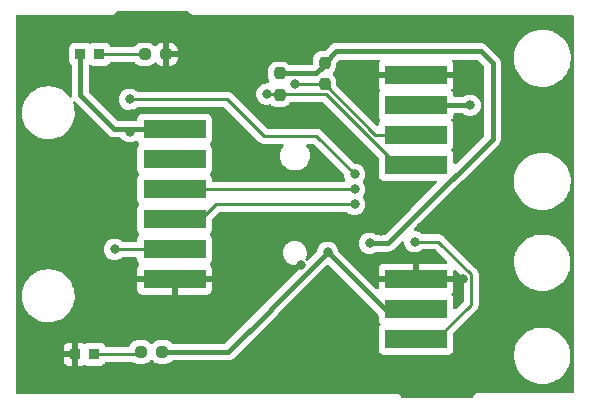
<source format=gbr>
%TF.GenerationSoftware,KiCad,Pcbnew,(6.0.6)*%
%TF.CreationDate,2022-07-19T20:12:23-04:00*%
%TF.ProjectId,4272SparkMaxBreakout,34323732-5370-4617-926b-4d6178427265,rev?*%
%TF.SameCoordinates,Original*%
%TF.FileFunction,Copper,L1,Top*%
%TF.FilePolarity,Positive*%
%FSLAX46Y46*%
G04 Gerber Fmt 4.6, Leading zero omitted, Abs format (unit mm)*
G04 Created by KiCad (PCBNEW (6.0.6)) date 2022-07-19 20:12:23*
%MOMM*%
%LPD*%
G01*
G04 APERTURE LIST*
G04 Aperture macros list*
%AMRoundRect*
0 Rectangle with rounded corners*
0 $1 Rounding radius*
0 $2 $3 $4 $5 $6 $7 $8 $9 X,Y pos of 4 corners*
0 Add a 4 corners polygon primitive as box body*
4,1,4,$2,$3,$4,$5,$6,$7,$8,$9,$2,$3,0*
0 Add four circle primitives for the rounded corners*
1,1,$1+$1,$2,$3*
1,1,$1+$1,$4,$5*
1,1,$1+$1,$6,$7*
1,1,$1+$1,$8,$9*
0 Add four rect primitives between the rounded corners*
20,1,$1+$1,$2,$3,$4,$5,0*
20,1,$1+$1,$4,$5,$6,$7,0*
20,1,$1+$1,$6,$7,$8,$9,0*
20,1,$1+$1,$8,$9,$2,$3,0*%
G04 Aperture macros list end*
%TA.AperFunction,SMDPad,CuDef*%
%ADD10R,5.330000X1.650000*%
%TD*%
%TA.AperFunction,SMDPad,CuDef*%
%ADD11RoundRect,0.237500X0.237500X-0.250000X0.237500X0.250000X-0.237500X0.250000X-0.237500X-0.250000X0*%
%TD*%
%TA.AperFunction,SMDPad,CuDef*%
%ADD12RoundRect,0.237500X-0.250000X-0.237500X0.250000X-0.237500X0.250000X0.237500X-0.250000X0.237500X0*%
%TD*%
%TA.AperFunction,SMDPad,CuDef*%
%ADD13R,0.900000X0.950000*%
%TD*%
%TA.AperFunction,SMDPad,CuDef*%
%ADD14RoundRect,0.237500X-0.237500X0.250000X-0.237500X-0.250000X0.237500X-0.250000X0.237500X0.250000X0*%
%TD*%
%TA.AperFunction,SMDPad,CuDef*%
%ADD15RoundRect,0.237500X0.250000X0.237500X-0.250000X0.237500X-0.250000X-0.237500X0.250000X-0.237500X0*%
%TD*%
%TA.AperFunction,ViaPad*%
%ADD16C,0.800000*%
%TD*%
%TA.AperFunction,Conductor*%
%ADD17C,0.381000*%
%TD*%
%TA.AperFunction,Conductor*%
%ADD18C,0.250000*%
%TD*%
G04 APERTURE END LIST*
D10*
%TO.P,P1,1*%
%TO.N,GND*%
X110490000Y-105410000D03*
%TO.P,P1,2*%
%TO.N,/INDEX*%
X110490000Y-102870000D03*
%TO.P,P1,3*%
%TO.N,/ENC_B*%
X110490000Y-100330000D03*
%TO.P,P1,4*%
%TO.N,/ENC_A*%
X110490000Y-97790000D03*
%TO.P,P1,5*%
%TO.N,unconnected-(P1-Pad5)*%
X110490000Y-95250000D03*
%TO.P,P1,6*%
%TO.N,+5V*%
X110490000Y-92710000D03*
%TD*%
D11*
%TO.P,R1,1*%
%TO.N,/FWD_LIM_SW*%
X123190000Y-88900000D03*
%TO.P,R1,2*%
%TO.N,+3.3V*%
X123190000Y-87075000D03*
%TD*%
D12*
%TO.P,R5,1*%
%TO.N,Net-(LED5-Pad1)*%
X107950000Y-86360000D03*
%TO.P,R5,2*%
%TO.N,GND*%
X109775000Y-86360000D03*
%TD*%
D13*
%TO.P,LED3,1*%
%TO.N,GND*%
X102070000Y-111760000D03*
%TO.P,LED3,2*%
%TO.N,Net-(LED3-Pad2)*%
X103670000Y-111760000D03*
%TD*%
D14*
%TO.P,R2,1*%
%TO.N,+3.3V*%
X119380000Y-87987500D03*
%TO.P,R2,2*%
%TO.N,/RVS_LIM_SW*%
X119380000Y-89812500D03*
%TD*%
D10*
%TO.P,P3,1*%
%TO.N,GND*%
X130935000Y-105410000D03*
%TO.P,P3,2*%
%TO.N,+3.3V*%
X130935000Y-107950000D03*
%TO.P,P3,3*%
%TO.N,/ANALOG_IN*%
X130935000Y-110490000D03*
%TD*%
%TO.P,P2,1*%
%TO.N,GND*%
X130935000Y-88105000D03*
%TO.P,P2,2*%
%TO.N,+5V*%
X130935000Y-90645000D03*
%TO.P,P2,3*%
%TO.N,/FWD_LIM_SW*%
X130935000Y-93185000D03*
%TO.P,P2,4*%
%TO.N,/RVS_LIM_SW*%
X130935000Y-95725000D03*
%TD*%
D15*
%TO.P,R3,1*%
%TO.N,+3.3V*%
X109452500Y-111565000D03*
%TO.P,R3,2*%
%TO.N,Net-(LED3-Pad2)*%
X107627500Y-111565000D03*
%TD*%
D13*
%TO.P,LED5,1*%
%TO.N,Net-(LED5-Pad1)*%
X104112500Y-86360000D03*
%TO.P,LED5,2*%
%TO.N,+5V*%
X102512500Y-86360000D03*
%TD*%
D16*
%TO.N,+3.3V*%
X127000000Y-102362000D03*
X123444000Y-103124000D03*
%TO.N,+5V*%
X106700000Y-92900000D03*
X135509000Y-90678000D03*
%TO.N,/ANALOG_IN*%
X130810000Y-102235000D03*
%TO.N,/FWD_LIM_SW*%
X120650000Y-88900000D03*
%TO.N,/ENC_B*%
X125730000Y-99060000D03*
%TO.N,/ENC_A*%
X125730000Y-97790000D03*
%TO.N,/RVS_LIM_SW*%
X118304799Y-89729799D03*
%TO.N,/INDEX*%
X105410000Y-102870000D03*
X125730000Y-96520000D03*
X106680000Y-90170000D03*
%TO.N,GND*%
X121218138Y-104232632D03*
X134700000Y-94450000D03*
X122800000Y-95100000D03*
X120050000Y-91400000D03*
X101854000Y-110109000D03*
X127400000Y-91350000D03*
X127950000Y-101300000D03*
X106900000Y-91400000D03*
X134874000Y-105410000D03*
X106807000Y-105283000D03*
X123550000Y-106550000D03*
X131350000Y-101000000D03*
X106100000Y-94000000D03*
X115400000Y-100350000D03*
X135255000Y-88138000D03*
X116205000Y-96520000D03*
X111252000Y-86233000D03*
%TD*%
D17*
%TO.N,+3.3V*%
X123190000Y-87075000D02*
X123190000Y-87260000D01*
X124159000Y-86106000D02*
X136398000Y-86106000D01*
X123444000Y-103124000D02*
X118618000Y-107950000D01*
X115035000Y-111565000D02*
X109452500Y-111565000D01*
X123190000Y-87075000D02*
X124159000Y-86106000D01*
X137414000Y-93517000D02*
X130940500Y-99990500D01*
X128569000Y-102362000D02*
X127000000Y-102362000D01*
X136398000Y-86106000D02*
X137414000Y-87122000D01*
X130940500Y-99990500D02*
X130690500Y-100240500D01*
X130690500Y-100240500D02*
X128569000Y-102362000D01*
X118618000Y-107950000D02*
X118618000Y-107982000D01*
X118618000Y-107982000D02*
X115035000Y-111565000D01*
X123444000Y-103124000D02*
X128270000Y-107950000D01*
X128270000Y-107950000D02*
X130935000Y-107950000D01*
X122462500Y-87987500D02*
X119380000Y-87987500D01*
X123190000Y-87260000D02*
X122462500Y-87987500D01*
X137414000Y-87122000D02*
X137414000Y-93517000D01*
%TO.N,+5V*%
X135476000Y-90645000D02*
X135509000Y-90678000D01*
X106500000Y-92700000D02*
X105400000Y-92700000D01*
X106700000Y-92900000D02*
X106500000Y-92700000D01*
X130935000Y-90645000D02*
X135476000Y-90645000D01*
X110480000Y-92700000D02*
X110490000Y-92710000D01*
X106900000Y-92700000D02*
X110480000Y-92700000D01*
X102512500Y-89812500D02*
X102512500Y-86360000D01*
X106700000Y-92900000D02*
X106900000Y-92700000D01*
X105400000Y-92700000D02*
X102512500Y-89812500D01*
D18*
%TO.N,/ANALOG_IN*%
X135599000Y-104999000D02*
X132835000Y-102235000D01*
X132660000Y-110490000D02*
X135599000Y-107551000D01*
X135599000Y-107551000D02*
X135599000Y-104999000D01*
X130935000Y-110490000D02*
X132660000Y-110490000D01*
X132835000Y-102235000D02*
X130810000Y-102235000D01*
%TO.N,/FWD_LIM_SW*%
X123190000Y-88900000D02*
X127475000Y-93185000D01*
X127475000Y-93185000D02*
X130935000Y-93185000D01*
X120650000Y-88900000D02*
X123190000Y-88900000D01*
%TO.N,/ENC_B*%
X110490000Y-100330000D02*
X112770000Y-100330000D01*
X112770000Y-100330000D02*
X114040000Y-99060000D01*
X114040000Y-99060000D02*
X125730000Y-99060000D01*
%TO.N,/ENC_A*%
X125730000Y-97790000D02*
X110490000Y-97790000D01*
%TO.N,/RVS_LIM_SW*%
X118304799Y-89729799D02*
X123329799Y-89729799D01*
X129325000Y-95725000D02*
X130935000Y-95725000D01*
X123329799Y-89729799D02*
X129325000Y-95725000D01*
%TO.N,/INDEX*%
X125730000Y-96520000D02*
X122510000Y-93300000D01*
X118065000Y-93300000D02*
X114935000Y-90170000D01*
X110490000Y-102870000D02*
X105410000Y-102870000D01*
X122510000Y-93300000D02*
X118065000Y-93300000D01*
X114935000Y-90170000D02*
X106680000Y-90170000D01*
D17*
%TO.N,GND*%
X109775000Y-86360000D02*
X111125000Y-86360000D01*
X110490000Y-105410000D02*
X106934000Y-105410000D01*
X102070000Y-110325000D02*
X101854000Y-110109000D01*
X111125000Y-86360000D02*
X111252000Y-86233000D01*
X102070000Y-111760000D02*
X102070000Y-110325000D01*
X130935000Y-105410000D02*
X134874000Y-105410000D01*
X106934000Y-105410000D02*
X106807000Y-105283000D01*
D18*
%TO.N,Net-(LED5-Pad1)*%
X104112500Y-86360000D02*
X107950000Y-86360000D01*
%TO.N,Net-(LED3-Pad2)*%
X103670000Y-111760000D02*
X107432500Y-111760000D01*
X107432500Y-111760000D02*
X107627500Y-111565000D01*
%TD*%
%TA.AperFunction,Conductor*%
%TO.N,GND*%
G36*
X111608838Y-82697002D02*
G01*
X111655417Y-82750849D01*
X111667208Y-82776782D01*
X111673069Y-82783584D01*
X111683970Y-82796235D01*
X111695073Y-82811239D01*
X111708776Y-82832958D01*
X111715501Y-82838897D01*
X111715504Y-82838901D01*
X111730938Y-82852532D01*
X111742982Y-82864724D01*
X111756427Y-82880327D01*
X111756430Y-82880329D01*
X111762287Y-82887127D01*
X111769816Y-82892007D01*
X111769817Y-82892008D01*
X111783835Y-82901094D01*
X111798709Y-82912385D01*
X111806270Y-82919062D01*
X111817951Y-82929378D01*
X111844711Y-82941942D01*
X111859691Y-82950263D01*
X111876983Y-82961471D01*
X111876988Y-82961473D01*
X111884515Y-82966352D01*
X111893108Y-82968922D01*
X111893113Y-82968924D01*
X111909120Y-82973711D01*
X111926564Y-82980372D01*
X111941676Y-82987467D01*
X111941678Y-82987468D01*
X111949800Y-82991281D01*
X111958667Y-82992662D01*
X111958668Y-82992662D01*
X111968310Y-82994163D01*
X111979017Y-82995830D01*
X111995732Y-82999613D01*
X112015466Y-83005515D01*
X112015472Y-83005516D01*
X112024066Y-83008086D01*
X112033037Y-83008141D01*
X112033038Y-83008141D01*
X112043097Y-83008202D01*
X112058506Y-83008296D01*
X112059289Y-83008329D01*
X112060386Y-83008500D01*
X112091377Y-83008500D01*
X112092147Y-83008502D01*
X112165785Y-83008952D01*
X112165786Y-83008952D01*
X112169721Y-83008976D01*
X112171065Y-83008592D01*
X112172410Y-83008500D01*
X144165500Y-83008500D01*
X144233621Y-83028502D01*
X144280114Y-83082158D01*
X144291500Y-83134500D01*
X144291500Y-86720216D01*
X144274516Y-86778059D01*
X144289464Y-86807809D01*
X144291500Y-86830367D01*
X144291500Y-97140216D01*
X144274516Y-97198059D01*
X144289464Y-97227809D01*
X144291500Y-97250367D01*
X144291500Y-114935500D01*
X144271498Y-115003621D01*
X144217842Y-115050114D01*
X144165500Y-115061500D01*
X136209337Y-115061500D01*
X136208567Y-115061498D01*
X136207751Y-115061493D01*
X136130993Y-115061024D01*
X136108632Y-115067415D01*
X136102561Y-115069150D01*
X136085799Y-115072728D01*
X136056527Y-115076920D01*
X136048359Y-115080634D01*
X136048358Y-115080634D01*
X136033152Y-115087548D01*
X136015628Y-115093996D01*
X135990943Y-115101051D01*
X135983349Y-115105843D01*
X135983346Y-115105844D01*
X135965934Y-115116830D01*
X135950851Y-115124969D01*
X135923932Y-115137208D01*
X135917130Y-115143069D01*
X135904479Y-115153970D01*
X135889475Y-115165073D01*
X135867756Y-115178776D01*
X135861817Y-115185501D01*
X135861813Y-115185504D01*
X135848182Y-115200938D01*
X135835990Y-115212982D01*
X135820387Y-115226427D01*
X135820385Y-115226430D01*
X135813587Y-115232287D01*
X135808707Y-115239816D01*
X135808706Y-115239817D01*
X135799620Y-115253835D01*
X135788329Y-115268709D01*
X135777283Y-115281217D01*
X135771336Y-115287951D01*
X135758772Y-115314711D01*
X135750451Y-115329691D01*
X135739245Y-115346981D01*
X135734362Y-115354515D01*
X135731791Y-115363112D01*
X135728677Y-115369851D01*
X135681946Y-115423300D01*
X135614297Y-115443000D01*
X129772443Y-115443000D01*
X129704322Y-115422998D01*
X129665881Y-115384235D01*
X129653883Y-115365219D01*
X129645744Y-115350135D01*
X129644310Y-115346981D01*
X129633506Y-115323218D01*
X129616744Y-115303765D01*
X129605641Y-115288761D01*
X129591938Y-115267042D01*
X129585213Y-115261103D01*
X129585210Y-115261099D01*
X129569776Y-115247468D01*
X129557732Y-115235276D01*
X129544287Y-115219673D01*
X129544284Y-115219671D01*
X129538427Y-115212873D01*
X129516879Y-115198906D01*
X129502005Y-115187615D01*
X129489497Y-115176569D01*
X129489496Y-115176568D01*
X129482763Y-115170622D01*
X129456001Y-115158057D01*
X129441023Y-115149737D01*
X129423731Y-115138529D01*
X129423726Y-115138527D01*
X129416199Y-115133648D01*
X129407606Y-115131078D01*
X129407601Y-115131076D01*
X129391594Y-115126289D01*
X129374150Y-115119628D01*
X129359038Y-115112533D01*
X129359036Y-115112532D01*
X129350914Y-115108719D01*
X129342047Y-115107338D01*
X129342046Y-115107338D01*
X129332404Y-115105837D01*
X129321697Y-115104170D01*
X129304982Y-115100387D01*
X129285248Y-115094485D01*
X129285242Y-115094484D01*
X129276648Y-115091914D01*
X129267677Y-115091859D01*
X129267676Y-115091859D01*
X129257617Y-115091798D01*
X129242208Y-115091704D01*
X129241425Y-115091671D01*
X129240328Y-115091500D01*
X129209337Y-115091500D01*
X129208567Y-115091498D01*
X129134929Y-115091048D01*
X129134928Y-115091048D01*
X129130993Y-115091024D01*
X129129649Y-115091408D01*
X129128304Y-115091500D01*
X97154500Y-115091500D01*
X97086379Y-115071498D01*
X97039886Y-115017842D01*
X97028500Y-114965500D01*
X97028500Y-112279669D01*
X101112001Y-112279669D01*
X101112371Y-112286490D01*
X101117895Y-112337352D01*
X101121521Y-112352604D01*
X101166676Y-112473054D01*
X101175214Y-112488649D01*
X101251715Y-112590724D01*
X101264276Y-112603285D01*
X101366351Y-112679786D01*
X101381946Y-112688324D01*
X101502394Y-112733478D01*
X101517649Y-112737105D01*
X101568514Y-112742631D01*
X101575328Y-112743000D01*
X101797885Y-112743000D01*
X101813124Y-112738525D01*
X101814329Y-112737135D01*
X101816000Y-112729452D01*
X101816000Y-112724884D01*
X102324000Y-112724884D01*
X102328475Y-112740123D01*
X102329865Y-112741328D01*
X102337548Y-112742999D01*
X102564669Y-112742999D01*
X102571490Y-112742629D01*
X102622352Y-112737105D01*
X102637604Y-112733479D01*
X102758054Y-112688324D01*
X102773649Y-112679786D01*
X102794018Y-112664520D01*
X102860525Y-112639672D01*
X102929907Y-112654725D01*
X102945148Y-112664520D01*
X102973295Y-112685615D01*
X103109684Y-112736745D01*
X103171866Y-112743500D01*
X104168134Y-112743500D01*
X104230316Y-112736745D01*
X104366705Y-112685615D01*
X104483261Y-112598261D01*
X104570615Y-112481705D01*
X104573767Y-112473296D01*
X104578077Y-112465425D01*
X104579741Y-112466336D01*
X104615663Y-112418510D01*
X104682224Y-112393807D01*
X104691009Y-112393500D01*
X106878832Y-112393500D01*
X106944947Y-112412240D01*
X106990099Y-112440072D01*
X107043606Y-112473054D01*
X107060080Y-112483209D01*
X107225191Y-112537974D01*
X107232027Y-112538674D01*
X107232030Y-112538675D01*
X107283526Y-112543951D01*
X107327928Y-112548500D01*
X107927072Y-112548500D01*
X107930318Y-112548163D01*
X107930322Y-112548163D01*
X108024235Y-112538419D01*
X108024239Y-112538418D01*
X108031093Y-112537707D01*
X108037629Y-112535526D01*
X108037631Y-112535526D01*
X108178138Y-112488649D01*
X108196107Y-112482654D01*
X108344031Y-112391116D01*
X108434008Y-112300982D01*
X108450747Y-112284214D01*
X108513030Y-112250135D01*
X108583850Y-112255138D01*
X108628937Y-112284059D01*
X108731812Y-112386754D01*
X108731817Y-112386758D01*
X108736997Y-112391929D01*
X108743227Y-112395769D01*
X108743228Y-112395770D01*
X108868606Y-112473054D01*
X108885080Y-112483209D01*
X109050191Y-112537974D01*
X109057027Y-112538674D01*
X109057030Y-112538675D01*
X109108526Y-112543951D01*
X109152928Y-112548500D01*
X109752072Y-112548500D01*
X109755318Y-112548163D01*
X109755322Y-112548163D01*
X109849235Y-112538419D01*
X109849239Y-112538418D01*
X109856093Y-112537707D01*
X109862629Y-112535526D01*
X109862631Y-112535526D01*
X110003138Y-112488649D01*
X110021107Y-112482654D01*
X110169031Y-112391116D01*
X110259007Y-112300982D01*
X110321290Y-112266903D01*
X110348181Y-112264000D01*
X115006401Y-112264000D01*
X115014971Y-112264292D01*
X115064277Y-112267654D01*
X115064281Y-112267654D01*
X115071852Y-112268170D01*
X115079328Y-112266865D01*
X115079332Y-112266865D01*
X115133924Y-112257337D01*
X115140449Y-112256374D01*
X115195418Y-112249722D01*
X115195420Y-112249721D01*
X115202960Y-112248809D01*
X115210062Y-112246125D01*
X115213500Y-112245281D01*
X115227623Y-112241417D01*
X115231034Y-112240387D01*
X115238517Y-112239081D01*
X115296197Y-112213761D01*
X115302304Y-112211270D01*
X115354117Y-112191691D01*
X115354118Y-112191690D01*
X115361222Y-112189006D01*
X115367477Y-112184707D01*
X115370618Y-112183065D01*
X115383372Y-112175967D01*
X115386478Y-112174130D01*
X115393433Y-112171077D01*
X115399460Y-112166452D01*
X115399464Y-112166450D01*
X115443402Y-112132735D01*
X115448720Y-112128871D01*
X115500652Y-112093179D01*
X115541519Y-112047311D01*
X115546499Y-112042036D01*
X119092038Y-108496497D01*
X119098304Y-108490643D01*
X119135547Y-108458154D01*
X119141274Y-108453158D01*
X119177499Y-108401614D01*
X119181425Y-108396329D01*
X119215604Y-108352739D01*
X119215608Y-108352733D01*
X119220291Y-108346760D01*
X119223416Y-108339840D01*
X119225838Y-108335840D01*
X119244519Y-108312016D01*
X123354905Y-104201631D01*
X123417217Y-104167605D01*
X123488033Y-104172670D01*
X123533095Y-104201631D01*
X127724595Y-108393131D01*
X127758621Y-108455443D01*
X127761500Y-108482226D01*
X127761500Y-108823134D01*
X127768255Y-108885316D01*
X127819385Y-109021705D01*
X127906739Y-109138261D01*
X127905646Y-109139080D01*
X127935208Y-109193217D01*
X127930143Y-109264032D01*
X127906179Y-109301319D01*
X127906739Y-109301739D01*
X127819385Y-109418295D01*
X127768255Y-109554684D01*
X127761500Y-109616866D01*
X127761500Y-111363134D01*
X127768255Y-111425316D01*
X127819385Y-111561705D01*
X127906739Y-111678261D01*
X128023295Y-111765615D01*
X128159684Y-111816745D01*
X128221866Y-111823500D01*
X133648134Y-111823500D01*
X133710316Y-111816745D01*
X133782261Y-111789774D01*
X139233681Y-111789774D01*
X139233768Y-111793775D01*
X139233768Y-111793783D01*
X139240241Y-112090421D01*
X139240329Y-112094438D01*
X139285635Y-112395789D01*
X139286731Y-112399649D01*
X139286732Y-112399654D01*
X139309365Y-112479369D01*
X139368865Y-112688939D01*
X139488669Y-112969138D01*
X139643105Y-113231843D01*
X139829671Y-113472796D01*
X139832519Y-113475639D01*
X139971638Y-113614515D01*
X140045340Y-113688089D01*
X140286618Y-113874233D01*
X140549592Y-114028211D01*
X140553277Y-114029779D01*
X140553285Y-114029783D01*
X140733906Y-114106637D01*
X140830000Y-114147526D01*
X141123295Y-114230244D01*
X141343045Y-114262890D01*
X141421425Y-114274534D01*
X141421427Y-114274534D01*
X141424724Y-114275024D01*
X141428055Y-114275164D01*
X141428059Y-114275164D01*
X141464396Y-114276687D01*
X141507659Y-114278500D01*
X141702096Y-114278500D01*
X141825523Y-114270626D01*
X141925111Y-114264274D01*
X141925116Y-114264273D01*
X141929119Y-114264018D01*
X141933058Y-114263256D01*
X142224370Y-114206895D01*
X142224374Y-114206894D01*
X142228307Y-114206133D01*
X142517716Y-114110700D01*
X142792652Y-113979267D01*
X142796017Y-113977094D01*
X142796021Y-113977092D01*
X143045294Y-113816139D01*
X143045300Y-113816134D01*
X143048660Y-113813965D01*
X143281588Y-113617474D01*
X143365406Y-113526163D01*
X143484946Y-113395936D01*
X143484948Y-113395934D01*
X143487661Y-113392978D01*
X143663539Y-113144117D01*
X143806369Y-112874926D01*
X143856228Y-112742629D01*
X143912420Y-112593529D01*
X143912422Y-112593523D01*
X143913837Y-112589768D01*
X143939256Y-112482654D01*
X143983271Y-112297182D01*
X143983272Y-112297177D01*
X143984200Y-112293266D01*
X144016319Y-111990226D01*
X144012553Y-111817598D01*
X144009759Y-111689579D01*
X144009759Y-111689574D01*
X144009671Y-111685562D01*
X143964365Y-111384211D01*
X143959346Y-111366531D01*
X143902807Y-111167394D01*
X143881135Y-111091061D01*
X143761331Y-110810862D01*
X143606895Y-110548157D01*
X143420329Y-110307204D01*
X143324189Y-110211232D01*
X143207503Y-110094749D01*
X143204660Y-110091911D01*
X142963382Y-109905767D01*
X142700408Y-109751789D01*
X142696723Y-109750221D01*
X142696715Y-109750217D01*
X142503590Y-109668042D01*
X142420000Y-109632474D01*
X142126705Y-109549756D01*
X141897638Y-109515726D01*
X141828575Y-109505466D01*
X141828573Y-109505466D01*
X141825276Y-109504976D01*
X141821945Y-109504836D01*
X141821941Y-109504836D01*
X141785604Y-109503313D01*
X141742341Y-109501500D01*
X141547904Y-109501500D01*
X141424477Y-109509374D01*
X141324889Y-109515726D01*
X141324884Y-109515727D01*
X141320881Y-109515982D01*
X141316943Y-109516744D01*
X141316942Y-109516744D01*
X141025630Y-109573105D01*
X141025626Y-109573106D01*
X141021693Y-109573867D01*
X140732284Y-109669300D01*
X140457348Y-109800733D01*
X140453983Y-109802906D01*
X140453979Y-109802908D01*
X140204706Y-109963861D01*
X140204700Y-109963866D01*
X140201340Y-109966035D01*
X139968412Y-110162526D01*
X139965696Y-110165485D01*
X139838217Y-110304361D01*
X139762339Y-110387022D01*
X139586461Y-110635883D01*
X139443631Y-110905074D01*
X139442216Y-110908830D01*
X139442215Y-110908831D01*
X139339021Y-111182649D01*
X139336163Y-111190232D01*
X139335234Y-111194147D01*
X139295132Y-111363134D01*
X139265800Y-111486734D01*
X139233681Y-111789774D01*
X133782261Y-111789774D01*
X133846705Y-111765615D01*
X133963261Y-111678261D01*
X134050615Y-111561705D01*
X134101745Y-111425316D01*
X134108500Y-111363134D01*
X134108500Y-109989594D01*
X134128502Y-109921473D01*
X134145405Y-109900499D01*
X135991247Y-108054657D01*
X135999537Y-108047113D01*
X136006018Y-108043000D01*
X136052659Y-107993332D01*
X136055413Y-107990491D01*
X136075135Y-107970769D01*
X136077612Y-107967576D01*
X136085317Y-107958555D01*
X136110159Y-107932100D01*
X136115586Y-107926321D01*
X136120757Y-107916915D01*
X136125346Y-107908568D01*
X136136202Y-107892041D01*
X136143757Y-107882302D01*
X136143758Y-107882300D01*
X136148614Y-107876040D01*
X136166174Y-107835460D01*
X136171391Y-107824812D01*
X136188875Y-107793009D01*
X136188876Y-107793007D01*
X136192695Y-107786060D01*
X136197733Y-107766437D01*
X136204137Y-107747734D01*
X136209033Y-107736420D01*
X136209033Y-107736419D01*
X136212181Y-107729145D01*
X136213420Y-107721322D01*
X136213423Y-107721312D01*
X136219099Y-107685476D01*
X136221505Y-107673856D01*
X136230528Y-107638711D01*
X136230528Y-107638710D01*
X136232500Y-107631030D01*
X136232500Y-107610776D01*
X136234051Y-107591065D01*
X136235980Y-107578886D01*
X136237220Y-107571057D01*
X136233059Y-107527038D01*
X136232500Y-107515181D01*
X136232500Y-105077767D01*
X136233027Y-105066584D01*
X136234702Y-105059091D01*
X136232562Y-104991014D01*
X136232500Y-104987055D01*
X136232500Y-104959144D01*
X136231995Y-104955144D01*
X136231062Y-104943301D01*
X136229922Y-104907029D01*
X136229673Y-104899110D01*
X136224022Y-104879658D01*
X136220014Y-104860306D01*
X136218467Y-104848063D01*
X136217474Y-104840203D01*
X136214556Y-104832832D01*
X136201200Y-104799097D01*
X136197355Y-104787870D01*
X136196721Y-104785687D01*
X136185018Y-104745407D01*
X136180984Y-104738585D01*
X136180981Y-104738579D01*
X136174706Y-104727968D01*
X136166010Y-104710218D01*
X136161472Y-104698756D01*
X136161469Y-104698751D01*
X136158552Y-104691383D01*
X136132573Y-104655625D01*
X136126057Y-104645707D01*
X136107575Y-104614457D01*
X136103542Y-104607637D01*
X136089218Y-104593313D01*
X136076376Y-104578278D01*
X136064472Y-104561893D01*
X136030406Y-104533711D01*
X136021627Y-104525722D01*
X135405679Y-103909774D01*
X139233681Y-103909774D01*
X139233768Y-103913775D01*
X139233768Y-103913783D01*
X139240241Y-104210421D01*
X139240329Y-104214438D01*
X139285635Y-104515789D01*
X139286731Y-104519649D01*
X139286732Y-104519654D01*
X139322521Y-104645707D01*
X139368865Y-104808939D01*
X139488669Y-105089138D01*
X139643105Y-105351843D01*
X139829671Y-105592796D01*
X139832519Y-105595639D01*
X139971638Y-105734515D01*
X140045340Y-105808089D01*
X140048520Y-105810542D01*
X140275887Y-105985954D01*
X140286618Y-105994233D01*
X140549592Y-106148211D01*
X140553277Y-106149779D01*
X140553285Y-106149783D01*
X140712189Y-106217397D01*
X140830000Y-106267526D01*
X141123295Y-106350244D01*
X141343045Y-106382890D01*
X141421425Y-106394534D01*
X141421427Y-106394534D01*
X141424724Y-106395024D01*
X141428055Y-106395164D01*
X141428059Y-106395164D01*
X141464396Y-106396687D01*
X141507659Y-106398500D01*
X141702096Y-106398500D01*
X141825523Y-106390626D01*
X141925111Y-106384274D01*
X141925116Y-106384273D01*
X141929119Y-106384018D01*
X141933058Y-106383256D01*
X142224370Y-106326895D01*
X142224374Y-106326894D01*
X142228307Y-106326133D01*
X142517716Y-106230700D01*
X142792652Y-106099267D01*
X142796017Y-106097094D01*
X142796021Y-106097092D01*
X143045294Y-105936139D01*
X143045300Y-105936134D01*
X143048660Y-105933965D01*
X143281588Y-105737474D01*
X143373763Y-105637058D01*
X143484946Y-105515936D01*
X143484948Y-105515934D01*
X143487661Y-105512978D01*
X143663539Y-105264117D01*
X143806369Y-104994926D01*
X143839495Y-104907029D01*
X143912420Y-104713529D01*
X143912422Y-104713523D01*
X143913837Y-104709768D01*
X143941473Y-104593313D01*
X143983271Y-104417182D01*
X143983272Y-104417177D01*
X143984200Y-104413266D01*
X144016319Y-104110226D01*
X144015990Y-104095116D01*
X144009759Y-103809579D01*
X144009759Y-103809574D01*
X144009671Y-103805562D01*
X143964365Y-103504211D01*
X143927907Y-103375798D01*
X143908223Y-103306471D01*
X143881135Y-103211061D01*
X143761331Y-102930862D01*
X143606895Y-102668157D01*
X143420329Y-102427204D01*
X143298828Y-102305915D01*
X143207503Y-102214749D01*
X143204660Y-102211911D01*
X142963382Y-102025767D01*
X142700408Y-101871789D01*
X142696723Y-101870221D01*
X142696715Y-101870217D01*
X142484728Y-101780016D01*
X142420000Y-101752474D01*
X142126705Y-101669756D01*
X141904490Y-101636744D01*
X141828575Y-101625466D01*
X141828573Y-101625466D01*
X141825276Y-101624976D01*
X141821945Y-101624836D01*
X141821941Y-101624836D01*
X141785604Y-101623313D01*
X141742341Y-101621500D01*
X141547904Y-101621500D01*
X141424477Y-101629374D01*
X141324889Y-101635726D01*
X141324884Y-101635727D01*
X141320881Y-101635982D01*
X141316943Y-101636744D01*
X141316942Y-101636744D01*
X141025630Y-101693105D01*
X141025626Y-101693106D01*
X141021693Y-101693867D01*
X140732284Y-101789300D01*
X140457348Y-101920733D01*
X140453983Y-101922906D01*
X140453979Y-101922908D01*
X140204706Y-102083861D01*
X140204700Y-102083866D01*
X140201340Y-102086035D01*
X139968412Y-102282526D01*
X139922029Y-102333056D01*
X139799067Y-102467011D01*
X139762339Y-102507022D01*
X139586461Y-102755883D01*
X139505243Y-102908955D01*
X139459173Y-102995783D01*
X139443631Y-103025074D01*
X139442216Y-103028830D01*
X139442215Y-103028831D01*
X139351137Y-103270500D01*
X139336163Y-103310232D01*
X139335234Y-103314147D01*
X139272591Y-103578119D01*
X139265800Y-103606734D01*
X139233681Y-103909774D01*
X135405679Y-103909774D01*
X133338652Y-101842747D01*
X133331112Y-101834461D01*
X133327000Y-101827982D01*
X133277348Y-101781356D01*
X133274507Y-101778602D01*
X133254770Y-101758865D01*
X133251573Y-101756385D01*
X133242551Y-101748680D01*
X133216100Y-101723841D01*
X133210321Y-101718414D01*
X133203375Y-101714595D01*
X133203372Y-101714593D01*
X133192566Y-101708652D01*
X133176047Y-101697801D01*
X133170975Y-101693867D01*
X133160041Y-101685386D01*
X133152772Y-101682241D01*
X133152768Y-101682238D01*
X133119463Y-101667826D01*
X133108813Y-101662609D01*
X133070060Y-101641305D01*
X133060834Y-101638936D01*
X133050438Y-101636267D01*
X133031734Y-101629863D01*
X133020420Y-101624967D01*
X133020419Y-101624967D01*
X133013145Y-101621819D01*
X133005322Y-101620580D01*
X133005312Y-101620577D01*
X132969476Y-101614901D01*
X132957856Y-101612495D01*
X132922711Y-101603472D01*
X132922710Y-101603472D01*
X132915030Y-101601500D01*
X132894776Y-101601500D01*
X132875065Y-101599949D01*
X132862886Y-101598020D01*
X132855057Y-101596780D01*
X132847165Y-101597526D01*
X132811039Y-101600941D01*
X132799181Y-101601500D01*
X131518200Y-101601500D01*
X131450079Y-101581498D01*
X131430853Y-101565157D01*
X131430580Y-101565460D01*
X131425668Y-101561037D01*
X131421253Y-101556134D01*
X131369704Y-101518681D01*
X131272094Y-101447763D01*
X131272093Y-101447762D01*
X131266752Y-101443882D01*
X131260724Y-101441198D01*
X131260722Y-101441197D01*
X131098319Y-101368891D01*
X131098318Y-101368891D01*
X131092288Y-101366206D01*
X130998887Y-101346353D01*
X130911944Y-101327872D01*
X130911939Y-101327872D01*
X130905487Y-101326500D01*
X130897225Y-101326500D01*
X130896300Y-101326228D01*
X130892318Y-101325810D01*
X130892395Y-101325082D01*
X130829104Y-101306498D01*
X130782611Y-101252842D01*
X130772507Y-101182568D01*
X130802001Y-101117988D01*
X130808130Y-101111405D01*
X134895810Y-97023725D01*
X139208652Y-97023725D01*
X139208739Y-97027726D01*
X139208739Y-97027733D01*
X139215282Y-97327561D01*
X139215370Y-97331578D01*
X139261150Y-97636082D01*
X139345251Y-97932302D01*
X139466309Y-98215433D01*
X139622362Y-98480888D01*
X139810880Y-98724362D01*
X140028806Y-98941909D01*
X140031987Y-98944363D01*
X140031988Y-98944364D01*
X140269416Y-99127539D01*
X140269420Y-99127542D01*
X140272609Y-99130002D01*
X140276088Y-99132039D01*
X140506078Y-99266703D01*
X140538336Y-99285591D01*
X140542021Y-99287159D01*
X140542025Y-99287161D01*
X140715696Y-99361059D01*
X140821679Y-99406155D01*
X140889460Y-99425271D01*
X141114177Y-99488648D01*
X141114186Y-99488650D01*
X141118044Y-99489738D01*
X141254865Y-99510064D01*
X141419329Y-99534497D01*
X141419331Y-99534497D01*
X141422628Y-99534987D01*
X141425959Y-99535127D01*
X141425963Y-99535127D01*
X141462632Y-99536664D01*
X141506445Y-99538500D01*
X141702895Y-99538500D01*
X141827497Y-99530552D01*
X141928294Y-99524122D01*
X141928299Y-99524121D01*
X141932302Y-99523866D01*
X141936241Y-99523104D01*
X142230685Y-99466137D01*
X142230689Y-99466136D01*
X142234622Y-99465375D01*
X142373585Y-99419552D01*
X142523242Y-99370202D01*
X142523247Y-99370200D01*
X142527059Y-99368943D01*
X142804873Y-99236135D01*
X142808238Y-99233962D01*
X142808242Y-99233960D01*
X143060192Y-99071278D01*
X143060195Y-99071276D01*
X143063560Y-99069103D01*
X143298927Y-98870555D01*
X143433123Y-98724362D01*
X143504442Y-98646667D01*
X143504444Y-98646665D01*
X143507157Y-98643709D01*
X143684875Y-98392244D01*
X143829201Y-98120235D01*
X143937793Y-97832092D01*
X143983391Y-97639947D01*
X144007964Y-97536402D01*
X144007965Y-97536397D01*
X144008893Y-97532486D01*
X144040202Y-97237087D01*
X144057341Y-97195533D01*
X144044604Y-97175714D01*
X144039530Y-97142965D01*
X144034718Y-96922439D01*
X144034718Y-96922434D01*
X144034630Y-96918422D01*
X143988850Y-96613918D01*
X143985393Y-96601739D01*
X143939098Y-96438681D01*
X143904749Y-96317698D01*
X143783691Y-96034567D01*
X143627638Y-95769112D01*
X143439120Y-95525638D01*
X143221194Y-95308091D01*
X143091558Y-95208077D01*
X142980584Y-95122461D01*
X142980580Y-95122458D01*
X142977391Y-95119998D01*
X142807459Y-95020499D01*
X142715128Y-94966437D01*
X142715125Y-94966435D01*
X142711664Y-94964409D01*
X142707979Y-94962841D01*
X142707975Y-94962839D01*
X142455202Y-94855283D01*
X142428321Y-94843845D01*
X142264135Y-94797540D01*
X142135823Y-94761352D01*
X142135814Y-94761350D01*
X142131956Y-94760262D01*
X141902231Y-94726134D01*
X141830671Y-94715503D01*
X141830669Y-94715503D01*
X141827372Y-94715013D01*
X141824041Y-94714873D01*
X141824037Y-94714873D01*
X141787368Y-94713336D01*
X141743555Y-94711500D01*
X141547105Y-94711500D01*
X141422503Y-94719448D01*
X141321706Y-94725878D01*
X141321701Y-94725879D01*
X141317698Y-94726134D01*
X141313760Y-94726896D01*
X141313759Y-94726896D01*
X141019315Y-94783863D01*
X141019311Y-94783864D01*
X141015378Y-94784625D01*
X140876415Y-94830448D01*
X140726758Y-94879798D01*
X140726753Y-94879800D01*
X140722941Y-94881057D01*
X140445127Y-95013865D01*
X140441762Y-95016038D01*
X140441758Y-95016040D01*
X140265194Y-95130046D01*
X140186440Y-95180897D01*
X140160576Y-95202715D01*
X139988148Y-95348170D01*
X139951073Y-95379445D01*
X139948355Y-95382406D01*
X139948354Y-95382407D01*
X139791403Y-95553390D01*
X139742843Y-95606291D01*
X139565125Y-95857756D01*
X139420799Y-96129765D01*
X139312207Y-96417908D01*
X139311278Y-96421823D01*
X139244465Y-96703365D01*
X139241107Y-96717514D01*
X139208652Y-97023725D01*
X134895810Y-97023725D01*
X137888038Y-94031497D01*
X137894304Y-94025643D01*
X137915924Y-94006783D01*
X137937274Y-93988158D01*
X137973502Y-93936610D01*
X137977435Y-93931316D01*
X137990682Y-93914421D01*
X138016291Y-93881761D01*
X138019417Y-93874837D01*
X138021264Y-93871788D01*
X138028489Y-93859122D01*
X138030186Y-93855957D01*
X138034556Y-93849739D01*
X138057456Y-93791004D01*
X138059983Y-93784991D01*
X138085912Y-93727565D01*
X138087296Y-93720097D01*
X138088364Y-93716689D01*
X138092364Y-93702650D01*
X138093253Y-93699186D01*
X138096012Y-93692111D01*
X138097140Y-93683546D01*
X138104235Y-93629655D01*
X138105267Y-93623141D01*
X138115360Y-93568683D01*
X138115360Y-93568680D01*
X138116744Y-93561214D01*
X138113209Y-93499905D01*
X138113000Y-93492653D01*
X138113000Y-87150599D01*
X138113292Y-87142029D01*
X138116654Y-87092723D01*
X138116654Y-87092719D01*
X138117170Y-87085148D01*
X138115865Y-87077672D01*
X138115865Y-87077668D01*
X138106337Y-87023076D01*
X138105374Y-87016551D01*
X138098722Y-86961582D01*
X138098721Y-86961580D01*
X138097809Y-86954040D01*
X138095125Y-86946938D01*
X138094281Y-86943500D01*
X138090417Y-86929377D01*
X138089387Y-86925965D01*
X138088081Y-86918483D01*
X138085029Y-86911530D01*
X138085027Y-86911524D01*
X138062763Y-86860806D01*
X138060270Y-86854698D01*
X138040692Y-86802885D01*
X138040690Y-86802882D01*
X138038006Y-86795778D01*
X138033701Y-86789514D01*
X138032045Y-86786347D01*
X138024940Y-86773582D01*
X138023132Y-86770525D01*
X138020078Y-86763567D01*
X137988923Y-86722965D01*
X137981740Y-86713604D01*
X137977862Y-86708267D01*
X137946481Y-86662607D01*
X137946479Y-86662605D01*
X137942179Y-86656348D01*
X137935313Y-86650230D01*
X137896312Y-86615482D01*
X137891036Y-86610501D01*
X137884260Y-86603725D01*
X139208652Y-86603725D01*
X139208739Y-86607726D01*
X139208739Y-86607733D01*
X139214749Y-86883134D01*
X139215370Y-86911578D01*
X139261150Y-87216082D01*
X139262246Y-87219942D01*
X139262247Y-87219947D01*
X139279289Y-87279972D01*
X139345251Y-87512302D01*
X139466309Y-87795433D01*
X139622362Y-88060888D01*
X139810880Y-88304362D01*
X139813728Y-88307205D01*
X140010130Y-88503265D01*
X140028806Y-88521909D01*
X140031987Y-88524363D01*
X140031988Y-88524364D01*
X140269416Y-88707539D01*
X140269420Y-88707542D01*
X140272609Y-88710002D01*
X140276088Y-88712039D01*
X140530504Y-88861005D01*
X140538336Y-88865591D01*
X140542021Y-88867159D01*
X140542025Y-88867161D01*
X140702409Y-88935405D01*
X140821679Y-88986155D01*
X140948600Y-89021950D01*
X141114177Y-89068648D01*
X141114186Y-89068650D01*
X141118044Y-89069738D01*
X141191927Y-89080714D01*
X141419329Y-89114497D01*
X141419331Y-89114497D01*
X141422628Y-89114987D01*
X141425959Y-89115127D01*
X141425963Y-89115127D01*
X141462632Y-89116664D01*
X141506445Y-89118500D01*
X141702895Y-89118500D01*
X141827497Y-89110552D01*
X141928294Y-89104122D01*
X141928299Y-89104121D01*
X141932302Y-89103866D01*
X141993675Y-89091992D01*
X142230685Y-89046137D01*
X142230689Y-89046136D01*
X142234622Y-89045375D01*
X142409844Y-88987595D01*
X142523242Y-88950202D01*
X142523247Y-88950200D01*
X142527059Y-88948943D01*
X142804873Y-88816135D01*
X142808238Y-88813962D01*
X142808242Y-88813960D01*
X143060192Y-88651278D01*
X143060195Y-88651276D01*
X143063560Y-88649103D01*
X143217703Y-88519073D01*
X143295850Y-88453151D01*
X143295853Y-88453148D01*
X143298927Y-88450555D01*
X143353509Y-88391093D01*
X143504442Y-88226667D01*
X143504444Y-88226665D01*
X143507157Y-88223709D01*
X143684875Y-87972244D01*
X143829201Y-87700235D01*
X143937793Y-87412092D01*
X143960532Y-87316274D01*
X144007964Y-87116402D01*
X144007965Y-87116397D01*
X144008893Y-87112486D01*
X144040202Y-86817087D01*
X144057341Y-86775533D01*
X144044604Y-86755714D01*
X144039530Y-86722965D01*
X144034718Y-86502439D01*
X144034718Y-86502434D01*
X144034630Y-86498422D01*
X143988850Y-86193918D01*
X143963415Y-86104329D01*
X143945745Y-86042095D01*
X143904749Y-85897698D01*
X143783691Y-85614567D01*
X143627638Y-85349112D01*
X143439120Y-85105638D01*
X143221194Y-84888091D01*
X143218012Y-84885636D01*
X142980584Y-84702461D01*
X142980580Y-84702458D01*
X142977391Y-84699998D01*
X142945191Y-84681144D01*
X142715128Y-84546437D01*
X142715125Y-84546435D01*
X142711664Y-84544409D01*
X142707979Y-84542841D01*
X142707975Y-84542839D01*
X142432015Y-84425417D01*
X142428321Y-84423845D01*
X142301400Y-84388050D01*
X142135823Y-84341352D01*
X142135814Y-84341350D01*
X142131956Y-84340262D01*
X141902231Y-84306134D01*
X141830671Y-84295503D01*
X141830669Y-84295503D01*
X141827372Y-84295013D01*
X141824041Y-84294873D01*
X141824037Y-84294873D01*
X141787368Y-84293336D01*
X141743555Y-84291500D01*
X141547105Y-84291500D01*
X141422503Y-84299448D01*
X141321706Y-84305878D01*
X141321701Y-84305879D01*
X141317698Y-84306134D01*
X141313760Y-84306896D01*
X141313759Y-84306896D01*
X141019315Y-84363863D01*
X141019311Y-84363864D01*
X141015378Y-84364625D01*
X140876415Y-84410448D01*
X140726758Y-84459798D01*
X140726753Y-84459800D01*
X140722941Y-84461057D01*
X140445127Y-84593865D01*
X140441762Y-84596038D01*
X140441758Y-84596040D01*
X140276941Y-84702461D01*
X140186440Y-84760897D01*
X139951073Y-84959445D01*
X139948355Y-84962406D01*
X139948354Y-84962407D01*
X139813955Y-85108822D01*
X139742843Y-85186291D01*
X139565125Y-85437756D01*
X139420799Y-85709765D01*
X139312207Y-85997908D01*
X139311278Y-86001823D01*
X139265692Y-86193918D01*
X139241107Y-86297514D01*
X139208652Y-86603725D01*
X137884260Y-86603725D01*
X136912497Y-85631962D01*
X136906643Y-85625696D01*
X136874152Y-85588451D01*
X136869158Y-85582726D01*
X136817622Y-85546506D01*
X136812326Y-85542573D01*
X136768737Y-85508394D01*
X136768734Y-85508392D01*
X136762760Y-85503708D01*
X136755836Y-85500582D01*
X136752801Y-85498744D01*
X136740102Y-85491500D01*
X136736954Y-85489812D01*
X136730739Y-85485444D01*
X136672050Y-85462562D01*
X136666005Y-85460022D01*
X136608565Y-85434087D01*
X136601092Y-85432702D01*
X136597674Y-85431631D01*
X136583685Y-85427646D01*
X136580193Y-85426749D01*
X136573111Y-85423988D01*
X136565578Y-85422996D01*
X136565577Y-85422996D01*
X136510670Y-85415767D01*
X136504157Y-85414735D01*
X136449682Y-85404639D01*
X136449680Y-85404639D01*
X136442213Y-85403255D01*
X136434633Y-85403692D01*
X136434632Y-85403692D01*
X136380888Y-85406791D01*
X136373635Y-85407000D01*
X124187599Y-85407000D01*
X124179029Y-85406708D01*
X124129723Y-85403346D01*
X124129719Y-85403346D01*
X124122148Y-85402830D01*
X124114672Y-85404135D01*
X124114668Y-85404135D01*
X124060076Y-85413663D01*
X124053551Y-85414626D01*
X123998582Y-85421278D01*
X123998580Y-85421279D01*
X123991040Y-85422191D01*
X123983938Y-85424875D01*
X123980500Y-85425719D01*
X123966377Y-85429583D01*
X123962965Y-85430613D01*
X123955483Y-85431919D01*
X123948530Y-85434971D01*
X123948524Y-85434973D01*
X123897806Y-85457237D01*
X123891710Y-85459725D01*
X123877854Y-85464961D01*
X123839885Y-85479308D01*
X123839882Y-85479310D01*
X123832778Y-85481994D01*
X123826514Y-85486299D01*
X123823347Y-85487955D01*
X123810582Y-85495060D01*
X123807525Y-85496868D01*
X123800567Y-85499922D01*
X123794539Y-85504547D01*
X123794538Y-85504548D01*
X123750604Y-85538260D01*
X123745267Y-85542138D01*
X123738912Y-85546506D01*
X123693348Y-85577821D01*
X123688296Y-85583491D01*
X123688295Y-85583492D01*
X123652482Y-85623688D01*
X123647501Y-85628964D01*
X123234370Y-86042095D01*
X123172058Y-86076121D01*
X123145275Y-86079000D01*
X122902928Y-86079000D01*
X122899682Y-86079337D01*
X122899678Y-86079337D01*
X122805765Y-86089081D01*
X122805761Y-86089082D01*
X122798907Y-86089793D01*
X122792371Y-86091974D01*
X122792369Y-86091974D01*
X122659605Y-86136268D01*
X122633893Y-86144846D01*
X122485969Y-86236384D01*
X122480796Y-86241566D01*
X122368242Y-86354316D01*
X122368238Y-86354321D01*
X122363071Y-86359497D01*
X122271791Y-86507580D01*
X122217026Y-86672691D01*
X122206500Y-86775428D01*
X122206500Y-87162500D01*
X122186498Y-87230621D01*
X122132842Y-87277114D01*
X122080500Y-87288500D01*
X120275804Y-87288500D01*
X120207683Y-87268498D01*
X120186786Y-87251673D01*
X120170416Y-87235331D01*
X120083003Y-87148071D01*
X120025274Y-87112486D01*
X119941150Y-87060631D01*
X119941148Y-87060630D01*
X119934920Y-87056791D01*
X119769809Y-87002026D01*
X119762973Y-87001326D01*
X119762970Y-87001325D01*
X119711474Y-86996049D01*
X119667072Y-86991500D01*
X119092928Y-86991500D01*
X119089682Y-86991837D01*
X119089678Y-86991837D01*
X118995765Y-87001581D01*
X118995761Y-87001582D01*
X118988907Y-87002293D01*
X118982371Y-87004474D01*
X118982369Y-87004474D01*
X118861558Y-87044780D01*
X118823893Y-87057346D01*
X118675969Y-87148884D01*
X118670796Y-87154066D01*
X118558242Y-87266816D01*
X118558238Y-87266821D01*
X118553071Y-87271997D01*
X118549231Y-87278227D01*
X118549230Y-87278228D01*
X118483788Y-87384395D01*
X118461791Y-87420080D01*
X118407026Y-87585191D01*
X118396500Y-87687928D01*
X118396500Y-88287072D01*
X118396837Y-88290318D01*
X118396837Y-88290322D01*
X118405843Y-88377115D01*
X118407293Y-88391093D01*
X118409474Y-88397629D01*
X118409474Y-88397631D01*
X118449990Y-88519073D01*
X118462346Y-88556107D01*
X118507454Y-88629000D01*
X118526290Y-88697450D01*
X118505128Y-88765220D01*
X118450687Y-88810791D01*
X118400286Y-88818943D01*
X118400286Y-88821299D01*
X118209312Y-88821299D01*
X118202860Y-88822671D01*
X118202855Y-88822671D01*
X118115911Y-88841152D01*
X118022511Y-88861005D01*
X118016481Y-88863690D01*
X118016480Y-88863690D01*
X117854077Y-88935996D01*
X117854075Y-88935997D01*
X117848047Y-88938681D01*
X117842706Y-88942561D01*
X117842705Y-88942562D01*
X117798514Y-88974669D01*
X117693546Y-89050933D01*
X117689125Y-89055843D01*
X117689124Y-89055844D01*
X117623866Y-89128321D01*
X117565759Y-89192855D01*
X117535627Y-89245045D01*
X117476267Y-89347860D01*
X117470272Y-89358243D01*
X117411257Y-89539871D01*
X117410567Y-89546432D01*
X117410567Y-89546434D01*
X117406860Y-89581703D01*
X117391295Y-89729799D01*
X117391985Y-89736364D01*
X117396076Y-89775283D01*
X117411257Y-89919727D01*
X117470272Y-90101355D01*
X117565759Y-90266743D01*
X117570177Y-90271650D01*
X117570178Y-90271651D01*
X117649663Y-90359928D01*
X117693546Y-90408665D01*
X117848047Y-90520917D01*
X117854075Y-90523601D01*
X117854077Y-90523602D01*
X117894403Y-90541556D01*
X118022511Y-90598593D01*
X118115912Y-90618446D01*
X118202855Y-90636927D01*
X118202860Y-90636927D01*
X118209312Y-90638299D01*
X118400286Y-90638299D01*
X118406738Y-90636927D01*
X118406743Y-90636927D01*
X118550316Y-90606409D01*
X118621107Y-90611811D01*
X118665531Y-90640483D01*
X118676997Y-90651929D01*
X118683227Y-90655769D01*
X118683228Y-90655770D01*
X118774210Y-90711852D01*
X118825080Y-90743209D01*
X118990191Y-90797974D01*
X118997027Y-90798674D01*
X118997030Y-90798675D01*
X119044126Y-90803500D01*
X119092928Y-90808500D01*
X119667072Y-90808500D01*
X119670318Y-90808163D01*
X119670322Y-90808163D01*
X119764235Y-90798419D01*
X119764239Y-90798418D01*
X119771093Y-90797707D01*
X119777629Y-90795526D01*
X119777631Y-90795526D01*
X119910395Y-90751232D01*
X119936107Y-90742654D01*
X120084031Y-90651116D01*
X120089204Y-90645934D01*
X120201758Y-90533184D01*
X120201762Y-90533179D01*
X120206929Y-90528003D01*
X120271541Y-90423183D01*
X120324313Y-90375690D01*
X120378801Y-90363299D01*
X123015205Y-90363299D01*
X123083326Y-90383301D01*
X123104300Y-90400204D01*
X127724595Y-95020499D01*
X127758621Y-95082811D01*
X127761500Y-95109594D01*
X127761500Y-96598134D01*
X127768255Y-96660316D01*
X127819385Y-96796705D01*
X127906739Y-96913261D01*
X128023295Y-97000615D01*
X128159684Y-97051745D01*
X128221866Y-97058500D01*
X132579775Y-97058500D01*
X132647896Y-97078502D01*
X132694389Y-97132158D01*
X132704493Y-97202432D01*
X132674999Y-97267012D01*
X132668870Y-97273595D01*
X130478825Y-99463640D01*
X130478811Y-99463653D01*
X130228812Y-99713653D01*
X128316370Y-101626095D01*
X128254057Y-101660120D01*
X128227274Y-101663000D01*
X127624481Y-101663000D01*
X127556360Y-101642998D01*
X127550420Y-101638936D01*
X127462094Y-101574763D01*
X127462093Y-101574762D01*
X127456752Y-101570882D01*
X127450724Y-101568198D01*
X127450722Y-101568197D01*
X127288319Y-101495891D01*
X127288318Y-101495891D01*
X127282288Y-101493206D01*
X127188887Y-101473353D01*
X127101944Y-101454872D01*
X127101939Y-101454872D01*
X127095487Y-101453500D01*
X126904513Y-101453500D01*
X126898061Y-101454872D01*
X126898056Y-101454872D01*
X126811112Y-101473353D01*
X126717712Y-101493206D01*
X126711682Y-101495891D01*
X126711681Y-101495891D01*
X126549278Y-101568197D01*
X126549276Y-101568198D01*
X126543248Y-101570882D01*
X126537907Y-101574762D01*
X126537906Y-101574763D01*
X126501106Y-101601500D01*
X126388747Y-101683134D01*
X126384326Y-101688044D01*
X126384325Y-101688045D01*
X126291594Y-101791034D01*
X126260960Y-101825056D01*
X126165473Y-101990444D01*
X126106458Y-102172072D01*
X126105768Y-102178633D01*
X126105768Y-102178635D01*
X126097720Y-102255206D01*
X126086496Y-102362000D01*
X126087186Y-102368565D01*
X126097950Y-102470975D01*
X126106458Y-102551928D01*
X126165473Y-102733556D01*
X126168776Y-102739278D01*
X126168777Y-102739279D01*
X126196502Y-102787299D01*
X126260960Y-102898944D01*
X126265378Y-102903851D01*
X126265379Y-102903852D01*
X126359397Y-103008270D01*
X126388747Y-103040866D01*
X126449580Y-103085064D01*
X126528122Y-103142128D01*
X126543248Y-103153118D01*
X126549276Y-103155802D01*
X126549278Y-103155803D01*
X126682087Y-103214933D01*
X126717712Y-103230794D01*
X126811112Y-103250647D01*
X126898056Y-103269128D01*
X126898061Y-103269128D01*
X126904513Y-103270500D01*
X127095487Y-103270500D01*
X127101939Y-103269128D01*
X127101944Y-103269128D01*
X127188887Y-103250647D01*
X127282288Y-103230794D01*
X127317913Y-103214933D01*
X127450722Y-103155803D01*
X127450724Y-103155802D01*
X127456752Y-103153118D01*
X127471879Y-103142128D01*
X127550420Y-103085064D01*
X127617288Y-103061206D01*
X127624481Y-103061000D01*
X128540401Y-103061000D01*
X128548971Y-103061292D01*
X128598277Y-103064654D01*
X128598281Y-103064654D01*
X128605852Y-103065170D01*
X128613328Y-103063865D01*
X128613332Y-103063865D01*
X128667924Y-103054337D01*
X128674449Y-103053374D01*
X128729418Y-103046722D01*
X128729420Y-103046721D01*
X128736960Y-103045809D01*
X128744062Y-103043125D01*
X128747500Y-103042281D01*
X128761623Y-103038417D01*
X128765034Y-103037387D01*
X128772517Y-103036081D01*
X128789097Y-103028803D01*
X128830198Y-103010761D01*
X128836304Y-103008270D01*
X128888117Y-102988691D01*
X128888118Y-102988690D01*
X128895222Y-102986006D01*
X128901477Y-102981707D01*
X128904618Y-102980065D01*
X128917372Y-102972967D01*
X128920478Y-102971130D01*
X128927433Y-102968077D01*
X128933460Y-102963452D01*
X128933464Y-102963450D01*
X128977402Y-102929735D01*
X128982720Y-102925871D01*
X129034652Y-102890179D01*
X129050004Y-102872949D01*
X129075518Y-102844312D01*
X129080499Y-102839036D01*
X129689544Y-102229991D01*
X129751856Y-102195965D01*
X129822671Y-102201030D01*
X129879507Y-102243577D01*
X129903949Y-102305915D01*
X129907936Y-102343846D01*
X129916458Y-102424928D01*
X129975473Y-102606556D01*
X129978776Y-102612278D01*
X129978777Y-102612279D01*
X129986185Y-102625110D01*
X130070960Y-102771944D01*
X130198747Y-102913866D01*
X130353248Y-103026118D01*
X130359276Y-103028802D01*
X130359278Y-103028803D01*
X130521681Y-103101109D01*
X130527712Y-103103794D01*
X130621113Y-103123647D01*
X130708056Y-103142128D01*
X130708061Y-103142128D01*
X130714513Y-103143500D01*
X130905487Y-103143500D01*
X130911939Y-103142128D01*
X130911944Y-103142128D01*
X130998888Y-103123647D01*
X131092288Y-103103794D01*
X131098319Y-103101109D01*
X131260722Y-103028803D01*
X131260724Y-103028802D01*
X131266752Y-103026118D01*
X131308505Y-102995783D01*
X131404750Y-102925856D01*
X131421253Y-102913866D01*
X131425668Y-102908963D01*
X131430580Y-102904540D01*
X131431705Y-102905789D01*
X131485014Y-102872949D01*
X131518200Y-102868500D01*
X132520406Y-102868500D01*
X132588527Y-102888502D01*
X132609501Y-102905405D01*
X133566001Y-103861905D01*
X133600027Y-103924217D01*
X133594962Y-103995032D01*
X133552415Y-104051868D01*
X133485895Y-104076679D01*
X133476906Y-104077000D01*
X131207115Y-104077000D01*
X131191876Y-104081475D01*
X131190671Y-104082865D01*
X131189000Y-104090548D01*
X131189000Y-105137885D01*
X131193475Y-105153124D01*
X131194865Y-105154329D01*
X131202548Y-105156000D01*
X134089884Y-105156000D01*
X134105123Y-105151525D01*
X134106328Y-105150135D01*
X134107999Y-105142452D01*
X134107999Y-104708093D01*
X134128001Y-104639972D01*
X134181657Y-104593479D01*
X134251931Y-104583375D01*
X134316511Y-104612869D01*
X134323094Y-104618998D01*
X134928595Y-105224499D01*
X134962621Y-105286811D01*
X134965500Y-105313594D01*
X134965500Y-107236406D01*
X134945498Y-107304527D01*
X134928595Y-107325501D01*
X134323595Y-107930501D01*
X134261283Y-107964527D01*
X134190468Y-107959462D01*
X134133632Y-107916915D01*
X134108821Y-107850395D01*
X134108500Y-107841406D01*
X134108500Y-107076866D01*
X134101745Y-107014684D01*
X134050615Y-106878295D01*
X133967422Y-106767290D01*
X133963261Y-106761739D01*
X133964239Y-106761006D01*
X133934435Y-106706426D01*
X133939500Y-106635611D01*
X133963464Y-106598324D01*
X133962904Y-106597904D01*
X134044786Y-106488649D01*
X134053324Y-106473054D01*
X134098478Y-106352606D01*
X134102105Y-106337351D01*
X134107631Y-106286486D01*
X134108000Y-106279672D01*
X134108000Y-105682115D01*
X134103525Y-105666876D01*
X134102135Y-105665671D01*
X134094452Y-105664000D01*
X127780116Y-105664000D01*
X127764877Y-105668475D01*
X127763672Y-105669865D01*
X127762001Y-105677548D01*
X127762001Y-106149276D01*
X127741999Y-106217397D01*
X127688343Y-106263890D01*
X127618069Y-106273994D01*
X127553489Y-106244500D01*
X127546906Y-106238371D01*
X126446420Y-105137885D01*
X127762000Y-105137885D01*
X127766475Y-105153124D01*
X127767865Y-105154329D01*
X127775548Y-105156000D01*
X130662885Y-105156000D01*
X130678124Y-105151525D01*
X130679329Y-105150135D01*
X130681000Y-105142452D01*
X130681000Y-104095116D01*
X130676525Y-104079877D01*
X130675135Y-104078672D01*
X130667452Y-104077001D01*
X128225331Y-104077001D01*
X128218510Y-104077371D01*
X128167648Y-104082895D01*
X128152396Y-104086521D01*
X128031946Y-104131676D01*
X128016351Y-104140214D01*
X127914276Y-104216715D01*
X127901715Y-104229276D01*
X127825214Y-104331351D01*
X127816676Y-104346946D01*
X127771522Y-104467394D01*
X127767895Y-104482649D01*
X127762369Y-104533514D01*
X127762000Y-104540328D01*
X127762000Y-105137885D01*
X126446420Y-105137885D01*
X124380243Y-103071708D01*
X124346217Y-103009396D01*
X124344028Y-102995783D01*
X124337542Y-102934072D01*
X124335375Y-102927401D01*
X124280569Y-102758729D01*
X124278527Y-102752444D01*
X124183040Y-102587056D01*
X124157064Y-102558206D01*
X124059675Y-102450045D01*
X124059674Y-102450044D01*
X124055253Y-102445134D01*
X123940829Y-102362000D01*
X123906094Y-102336763D01*
X123906093Y-102336762D01*
X123900752Y-102332882D01*
X123894724Y-102330198D01*
X123894722Y-102330197D01*
X123732319Y-102257891D01*
X123732318Y-102257891D01*
X123726288Y-102255206D01*
X123631227Y-102235000D01*
X123545944Y-102216872D01*
X123545939Y-102216872D01*
X123539487Y-102215500D01*
X123348513Y-102215500D01*
X123342061Y-102216872D01*
X123342056Y-102216872D01*
X123256773Y-102235000D01*
X123161712Y-102255206D01*
X123155682Y-102257891D01*
X123155681Y-102257891D01*
X122993278Y-102330197D01*
X122993276Y-102330198D01*
X122987248Y-102332882D01*
X122981907Y-102336762D01*
X122981906Y-102336763D01*
X122947171Y-102362000D01*
X122832747Y-102445134D01*
X122828326Y-102450044D01*
X122828325Y-102450045D01*
X122730937Y-102558206D01*
X122704960Y-102587056D01*
X122609473Y-102752444D01*
X122607431Y-102758729D01*
X122552626Y-102927401D01*
X122550458Y-102934072D01*
X122543972Y-102995783D01*
X122516959Y-103061440D01*
X122507757Y-103071708D01*
X121773675Y-103805790D01*
X121711363Y-103839816D01*
X121640548Y-103834751D01*
X121583712Y-103792204D01*
X121558901Y-103725684D01*
X121573744Y-103656766D01*
X121600796Y-103606734D01*
X121619198Y-103572701D01*
X121677682Y-103383768D01*
X121679786Y-103363749D01*
X121697711Y-103193204D01*
X121697711Y-103193202D01*
X121698355Y-103187075D01*
X121690776Y-103103794D01*
X121680989Y-102996251D01*
X121680988Y-102996248D01*
X121680430Y-102990112D01*
X121662661Y-102929735D01*
X121644638Y-102868500D01*
X121624590Y-102800381D01*
X121614919Y-102781881D01*
X121565125Y-102686635D01*
X121532960Y-102625110D01*
X121409032Y-102470975D01*
X121402727Y-102465684D01*
X121346334Y-102418365D01*
X121257526Y-102343846D01*
X121252128Y-102340879D01*
X121252123Y-102340875D01*
X121089608Y-102251533D01*
X121089609Y-102251533D01*
X121084213Y-102248567D01*
X121078346Y-102246706D01*
X121078344Y-102246705D01*
X120901564Y-102190627D01*
X120901563Y-102190627D01*
X120895694Y-102188765D01*
X120741773Y-102171500D01*
X120635231Y-102171500D01*
X120632175Y-102171800D01*
X120632168Y-102171800D01*
X120573660Y-102177537D01*
X120488167Y-102185920D01*
X120482266Y-102187702D01*
X120482264Y-102187702D01*
X120408947Y-102209838D01*
X120298831Y-102243084D01*
X120124204Y-102335934D01*
X120084195Y-102368565D01*
X119975713Y-102457040D01*
X119975710Y-102457043D01*
X119970938Y-102460935D01*
X119967011Y-102465682D01*
X119967009Y-102465684D01*
X119848799Y-102608575D01*
X119848797Y-102608579D01*
X119844870Y-102613325D01*
X119750802Y-102787299D01*
X119692318Y-102976232D01*
X119691674Y-102982357D01*
X119691674Y-102982358D01*
X119673445Y-103155803D01*
X119671645Y-103172925D01*
X119677036Y-103232166D01*
X119683799Y-103306471D01*
X119689570Y-103369888D01*
X119745410Y-103559619D01*
X119748263Y-103565077D01*
X119748265Y-103565081D01*
X119767994Y-103602818D01*
X119837040Y-103734890D01*
X119960968Y-103889025D01*
X120112474Y-104016154D01*
X120117872Y-104019121D01*
X120117877Y-104019125D01*
X120233876Y-104082895D01*
X120285787Y-104111433D01*
X120291654Y-104113294D01*
X120291656Y-104113295D01*
X120461397Y-104167140D01*
X120474306Y-104171235D01*
X120628227Y-104188500D01*
X120734769Y-104188500D01*
X120737825Y-104188200D01*
X120737832Y-104188200D01*
X120796340Y-104182463D01*
X120881833Y-104174080D01*
X120887734Y-104172298D01*
X120887736Y-104172298D01*
X120994002Y-104140214D01*
X121071169Y-104116916D01*
X121112169Y-104095116D01*
X121162532Y-104068338D01*
X121232070Y-104054019D01*
X121298310Y-104079567D01*
X121340223Y-104136872D01*
X121344500Y-104207740D01*
X121310780Y-104268685D01*
X118143962Y-107435503D01*
X118137697Y-107441356D01*
X118094726Y-107478842D01*
X118090359Y-107485056D01*
X118058506Y-107530378D01*
X118054573Y-107535674D01*
X118015708Y-107585240D01*
X118012582Y-107592164D01*
X118010163Y-107596158D01*
X117991481Y-107619983D01*
X114782370Y-110829095D01*
X114720058Y-110863121D01*
X114693275Y-110866000D01*
X110348282Y-110866000D01*
X110280161Y-110845998D01*
X110259264Y-110829173D01*
X110244620Y-110814554D01*
X110168003Y-110738071D01*
X110019920Y-110646791D01*
X109854809Y-110592026D01*
X109847973Y-110591326D01*
X109847970Y-110591325D01*
X109796474Y-110586049D01*
X109752072Y-110581500D01*
X109152928Y-110581500D01*
X109149682Y-110581837D01*
X109149678Y-110581837D01*
X109055765Y-110591581D01*
X109055761Y-110591582D01*
X109048907Y-110592293D01*
X109042371Y-110594474D01*
X109042369Y-110594474D01*
X108928068Y-110632608D01*
X108883893Y-110647346D01*
X108735969Y-110738884D01*
X108730796Y-110744066D01*
X108629253Y-110845786D01*
X108566970Y-110879865D01*
X108496150Y-110874862D01*
X108451063Y-110845941D01*
X108348188Y-110743246D01*
X108348183Y-110743242D01*
X108343003Y-110738071D01*
X108194920Y-110646791D01*
X108029809Y-110592026D01*
X108022973Y-110591326D01*
X108022970Y-110591325D01*
X107971474Y-110586049D01*
X107927072Y-110581500D01*
X107327928Y-110581500D01*
X107324682Y-110581837D01*
X107324678Y-110581837D01*
X107230765Y-110591581D01*
X107230761Y-110591582D01*
X107223907Y-110592293D01*
X107217371Y-110594474D01*
X107217369Y-110594474D01*
X107103068Y-110632608D01*
X107058893Y-110647346D01*
X106910969Y-110738884D01*
X106905796Y-110744066D01*
X106793242Y-110856816D01*
X106793238Y-110856821D01*
X106788071Y-110861997D01*
X106784231Y-110868227D01*
X106784230Y-110868228D01*
X106746820Y-110928919D01*
X106696791Y-111010080D01*
X106686811Y-111040169D01*
X106646383Y-111098526D01*
X106580819Y-111125764D01*
X106567219Y-111126500D01*
X104691009Y-111126500D01*
X104622888Y-111106498D01*
X104576395Y-111052842D01*
X104574097Y-111047306D01*
X104573768Y-111046704D01*
X104570615Y-111038295D01*
X104483261Y-110921739D01*
X104366705Y-110834385D01*
X104230316Y-110783255D01*
X104168134Y-110776500D01*
X103171866Y-110776500D01*
X103109684Y-110783255D01*
X102973295Y-110834385D01*
X102958083Y-110845786D01*
X102945148Y-110855480D01*
X102878642Y-110880328D01*
X102809259Y-110865275D01*
X102794018Y-110855480D01*
X102773649Y-110840214D01*
X102758054Y-110831676D01*
X102637606Y-110786522D01*
X102622351Y-110782895D01*
X102571486Y-110777369D01*
X102564672Y-110777000D01*
X102342115Y-110777000D01*
X102326876Y-110781475D01*
X102325671Y-110782865D01*
X102324000Y-110790548D01*
X102324000Y-112724884D01*
X101816000Y-112724884D01*
X101816000Y-112032115D01*
X101811525Y-112016876D01*
X101810135Y-112015671D01*
X101802452Y-112014000D01*
X101130116Y-112014000D01*
X101114877Y-112018475D01*
X101113672Y-112019865D01*
X101112001Y-112027548D01*
X101112001Y-112279669D01*
X97028500Y-112279669D01*
X97028500Y-111487885D01*
X101112000Y-111487885D01*
X101116475Y-111503124D01*
X101117865Y-111504329D01*
X101125548Y-111506000D01*
X101797885Y-111506000D01*
X101813124Y-111501525D01*
X101814329Y-111500135D01*
X101816000Y-111492452D01*
X101816000Y-110795116D01*
X101811525Y-110779877D01*
X101810135Y-110778672D01*
X101802452Y-110777001D01*
X101575331Y-110777001D01*
X101568510Y-110777371D01*
X101517648Y-110782895D01*
X101502396Y-110786521D01*
X101381946Y-110831676D01*
X101366351Y-110840214D01*
X101264276Y-110916715D01*
X101251715Y-110929276D01*
X101175214Y-111031351D01*
X101166676Y-111046946D01*
X101121522Y-111167394D01*
X101117895Y-111182649D01*
X101112369Y-111233514D01*
X101112000Y-111240328D01*
X101112000Y-111487885D01*
X97028500Y-111487885D01*
X97028500Y-106856880D01*
X97561992Y-106856880D01*
X97562355Y-106861028D01*
X97562355Y-106861032D01*
X97587487Y-107148293D01*
X97587488Y-107148301D01*
X97587852Y-107152459D01*
X97652577Y-107442021D01*
X97654019Y-107445941D01*
X97654021Y-107445947D01*
X97724619Y-107637827D01*
X97755029Y-107720480D01*
X97756980Y-107724180D01*
X97756982Y-107724185D01*
X97850772Y-107902073D01*
X97893410Y-107982942D01*
X98065288Y-108224797D01*
X98267642Y-108441796D01*
X98496918Y-108630125D01*
X98749088Y-108786477D01*
X99019722Y-108908105D01*
X99192390Y-108959580D01*
X99300065Y-108991679D01*
X99300067Y-108991679D01*
X99304064Y-108992871D01*
X99308184Y-108993524D01*
X99308186Y-108993524D01*
X99427106Y-109012359D01*
X99597119Y-109039286D01*
X99642146Y-109041331D01*
X99688497Y-109043436D01*
X99688516Y-109043436D01*
X99689916Y-109043500D01*
X99875264Y-109043500D01*
X100096056Y-109028835D01*
X100386910Y-108970188D01*
X100667453Y-108873590D01*
X100671196Y-108871716D01*
X100671200Y-108871714D01*
X100929012Y-108742611D01*
X100929014Y-108742610D01*
X100932756Y-108740736D01*
X101178158Y-108573961D01*
X101399346Y-108376196D01*
X101592436Y-108150914D01*
X101654946Y-108054657D01*
X101751763Y-107905572D01*
X101751765Y-107905569D01*
X101754035Y-107902073D01*
X101766397Y-107876040D01*
X101832693Y-107736420D01*
X101881304Y-107634046D01*
X101888775Y-107610776D01*
X101970726Y-107355530D01*
X101970727Y-107355524D01*
X101972006Y-107351542D01*
X102007091Y-107156548D01*
X102023809Y-107063632D01*
X102023810Y-107063627D01*
X102024548Y-107059523D01*
X102026228Y-107022540D01*
X102037819Y-106767290D01*
X102037819Y-106767285D01*
X102038008Y-106763120D01*
X102036248Y-106742999D01*
X102012513Y-106471707D01*
X102012512Y-106471699D01*
X102012148Y-106467541D01*
X101995970Y-106395164D01*
X101970154Y-106279669D01*
X107317001Y-106279669D01*
X107317371Y-106286490D01*
X107322895Y-106337352D01*
X107326521Y-106352604D01*
X107371676Y-106473054D01*
X107380214Y-106488649D01*
X107456715Y-106590724D01*
X107469276Y-106603285D01*
X107571351Y-106679786D01*
X107586946Y-106688324D01*
X107707394Y-106733478D01*
X107722649Y-106737105D01*
X107773514Y-106742631D01*
X107780328Y-106743000D01*
X110217885Y-106743000D01*
X110233124Y-106738525D01*
X110234329Y-106737135D01*
X110236000Y-106729452D01*
X110236000Y-106724884D01*
X110744000Y-106724884D01*
X110748475Y-106740123D01*
X110749865Y-106741328D01*
X110757548Y-106742999D01*
X113199669Y-106742999D01*
X113206490Y-106742629D01*
X113257352Y-106737105D01*
X113272604Y-106733479D01*
X113393054Y-106688324D01*
X113408649Y-106679786D01*
X113510724Y-106603285D01*
X113523285Y-106590724D01*
X113599786Y-106488649D01*
X113608324Y-106473054D01*
X113653478Y-106352606D01*
X113657105Y-106337351D01*
X113662631Y-106286486D01*
X113663000Y-106279672D01*
X113663000Y-105682115D01*
X113658525Y-105666876D01*
X113657135Y-105665671D01*
X113649452Y-105664000D01*
X110762115Y-105664000D01*
X110746876Y-105668475D01*
X110745671Y-105669865D01*
X110744000Y-105677548D01*
X110744000Y-106724884D01*
X110236000Y-106724884D01*
X110236000Y-105682115D01*
X110231525Y-105666876D01*
X110230135Y-105665671D01*
X110222452Y-105664000D01*
X107335116Y-105664000D01*
X107319877Y-105668475D01*
X107318672Y-105669865D01*
X107317001Y-105677548D01*
X107317001Y-106279669D01*
X101970154Y-106279669D01*
X101948336Y-106182063D01*
X101948336Y-106182061D01*
X101947423Y-106177979D01*
X101936863Y-106149276D01*
X101846418Y-105903452D01*
X101846416Y-105903448D01*
X101844971Y-105899520D01*
X101795269Y-105805251D01*
X101708543Y-105640762D01*
X101708542Y-105640761D01*
X101706590Y-105637058D01*
X101534712Y-105395203D01*
X101332358Y-105178204D01*
X101103082Y-104989875D01*
X100850912Y-104833523D01*
X100580278Y-104711895D01*
X100391524Y-104655625D01*
X100299935Y-104628321D01*
X100299933Y-104628321D01*
X100295936Y-104627129D01*
X100291816Y-104626476D01*
X100291814Y-104626476D01*
X100137472Y-104602031D01*
X100002881Y-104580714D01*
X99957854Y-104578669D01*
X99911503Y-104576564D01*
X99911484Y-104576564D01*
X99910084Y-104576500D01*
X99724736Y-104576500D01*
X99503944Y-104591165D01*
X99213090Y-104649812D01*
X98932547Y-104746410D01*
X98928804Y-104748284D01*
X98928800Y-104748286D01*
X98754179Y-104835730D01*
X98667244Y-104879264D01*
X98626389Y-104907029D01*
X98497053Y-104994926D01*
X98421842Y-105046039D01*
X98200654Y-105243804D01*
X98197937Y-105246974D01*
X98197936Y-105246975D01*
X98140837Y-105313594D01*
X98007564Y-105469086D01*
X98005290Y-105472588D01*
X98005289Y-105472589D01*
X97869222Y-105682115D01*
X97845965Y-105717927D01*
X97718696Y-105985954D01*
X97717417Y-105989937D01*
X97717416Y-105989940D01*
X97629461Y-106263890D01*
X97627994Y-106268458D01*
X97627253Y-106272577D01*
X97592174Y-106467541D01*
X97575452Y-106560477D01*
X97575263Y-106564644D01*
X97575262Y-106564651D01*
X97565986Y-106768919D01*
X97561992Y-106856880D01*
X97028500Y-106856880D01*
X97028500Y-91356880D01*
X97561992Y-91356880D01*
X97562355Y-91361028D01*
X97562355Y-91361032D01*
X97587487Y-91648293D01*
X97587488Y-91648301D01*
X97587852Y-91652459D01*
X97652577Y-91942021D01*
X97654019Y-91945941D01*
X97654021Y-91945947D01*
X97724619Y-92137827D01*
X97755029Y-92220480D01*
X97756980Y-92224180D01*
X97756982Y-92224185D01*
X97846673Y-92394298D01*
X97893410Y-92482942D01*
X98065288Y-92724797D01*
X98267642Y-92941796D01*
X98496918Y-93130125D01*
X98749088Y-93286477D01*
X99019722Y-93408105D01*
X99192390Y-93459580D01*
X99300065Y-93491679D01*
X99300067Y-93491679D01*
X99304064Y-93492871D01*
X99308184Y-93493524D01*
X99308186Y-93493524D01*
X99427106Y-93512359D01*
X99597119Y-93539286D01*
X99642146Y-93541331D01*
X99688497Y-93543436D01*
X99688516Y-93543436D01*
X99689916Y-93543500D01*
X99875264Y-93543500D01*
X100096056Y-93528835D01*
X100386910Y-93470188D01*
X100586800Y-93401361D01*
X100663489Y-93374955D01*
X100663490Y-93374954D01*
X100667453Y-93373590D01*
X100671196Y-93371716D01*
X100671200Y-93371714D01*
X100929012Y-93242611D01*
X100929014Y-93242610D01*
X100932756Y-93240736D01*
X101178158Y-93073961D01*
X101399346Y-92876196D01*
X101426071Y-92845016D01*
X101544960Y-92706305D01*
X101592436Y-92650914D01*
X101656996Y-92551500D01*
X101751763Y-92405572D01*
X101751765Y-92405569D01*
X101754035Y-92402073D01*
X101881304Y-92134046D01*
X101885267Y-92121703D01*
X101970726Y-91855530D01*
X101970727Y-91855524D01*
X101972006Y-91851542D01*
X102007091Y-91656548D01*
X102023809Y-91563632D01*
X102023810Y-91563627D01*
X102024548Y-91559523D01*
X102026274Y-91521531D01*
X102037819Y-91267290D01*
X102037819Y-91267285D01*
X102038008Y-91263120D01*
X102021736Y-91077128D01*
X102012513Y-90971707D01*
X102012512Y-90971699D01*
X102012148Y-90967541D01*
X101984523Y-90843955D01*
X101948336Y-90682063D01*
X101948336Y-90682061D01*
X101947423Y-90677979D01*
X101945016Y-90671435D01*
X101888007Y-90516489D01*
X101883257Y-90445652D01*
X101917559Y-90383491D01*
X101980022Y-90349744D01*
X102050814Y-90355123D01*
X102095352Y-90383887D01*
X103494004Y-91782540D01*
X104885510Y-93174046D01*
X104891363Y-93180311D01*
X104928842Y-93223274D01*
X104980383Y-93259498D01*
X104985668Y-93263423D01*
X105026365Y-93295333D01*
X105035240Y-93302292D01*
X105042158Y-93305416D01*
X105045179Y-93307245D01*
X105057898Y-93314500D01*
X105061046Y-93316188D01*
X105067261Y-93320556D01*
X105125950Y-93343438D01*
X105131995Y-93345978D01*
X105189435Y-93371913D01*
X105196908Y-93373298D01*
X105200326Y-93374369D01*
X105214315Y-93378354D01*
X105217807Y-93379251D01*
X105224889Y-93382012D01*
X105232422Y-93383004D01*
X105232423Y-93383004D01*
X105287330Y-93390233D01*
X105293843Y-93391265D01*
X105348318Y-93401361D01*
X105348320Y-93401361D01*
X105355787Y-93402745D01*
X105363367Y-93402308D01*
X105363368Y-93402308D01*
X105417112Y-93399209D01*
X105424365Y-93399000D01*
X105870697Y-93399000D01*
X105938818Y-93419002D01*
X105964333Y-93440690D01*
X106088747Y-93578866D01*
X106243248Y-93691118D01*
X106249276Y-93693802D01*
X106249278Y-93693803D01*
X106411681Y-93766109D01*
X106417712Y-93768794D01*
X106507932Y-93787971D01*
X106598056Y-93807128D01*
X106598061Y-93807128D01*
X106604513Y-93808500D01*
X106795487Y-93808500D01*
X106801939Y-93807128D01*
X106801944Y-93807128D01*
X106892068Y-93787971D01*
X106982288Y-93768794D01*
X106988319Y-93766109D01*
X107150722Y-93693803D01*
X107150724Y-93693802D01*
X107156752Y-93691118D01*
X107167175Y-93683545D01*
X107234040Y-93659686D01*
X107303192Y-93675764D01*
X107352674Y-93726676D01*
X107359219Y-93741250D01*
X107374385Y-93781705D01*
X107393439Y-93807128D01*
X107461739Y-93898261D01*
X107460646Y-93899080D01*
X107490208Y-93953217D01*
X107485143Y-94024032D01*
X107461179Y-94061319D01*
X107461739Y-94061739D01*
X107374385Y-94178295D01*
X107323255Y-94314684D01*
X107316500Y-94376866D01*
X107316500Y-96123134D01*
X107323255Y-96185316D01*
X107374385Y-96321705D01*
X107443667Y-96414147D01*
X107461739Y-96438261D01*
X107460646Y-96439080D01*
X107490208Y-96493217D01*
X107485143Y-96564032D01*
X107461179Y-96601319D01*
X107461739Y-96601739D01*
X107374385Y-96718295D01*
X107323255Y-96854684D01*
X107316500Y-96916866D01*
X107316500Y-98663134D01*
X107323255Y-98725316D01*
X107374385Y-98861705D01*
X107432369Y-98939073D01*
X107461739Y-98978261D01*
X107460646Y-98979080D01*
X107490208Y-99033217D01*
X107485143Y-99104032D01*
X107461179Y-99141319D01*
X107461739Y-99141739D01*
X107374385Y-99258295D01*
X107323255Y-99394684D01*
X107316500Y-99456866D01*
X107316500Y-101203134D01*
X107323255Y-101265316D01*
X107374385Y-101401705D01*
X107379771Y-101408891D01*
X107461739Y-101518261D01*
X107460646Y-101519080D01*
X107490208Y-101573217D01*
X107485143Y-101644032D01*
X107461179Y-101681319D01*
X107461739Y-101681739D01*
X107374385Y-101798295D01*
X107323255Y-101934684D01*
X107316500Y-101996866D01*
X107316500Y-102110500D01*
X107296498Y-102178621D01*
X107242842Y-102225114D01*
X107190500Y-102236500D01*
X106118200Y-102236500D01*
X106050079Y-102216498D01*
X106030853Y-102200157D01*
X106030580Y-102200460D01*
X106025668Y-102196037D01*
X106021253Y-102191134D01*
X105866752Y-102078882D01*
X105860724Y-102076198D01*
X105860722Y-102076197D01*
X105698319Y-102003891D01*
X105698318Y-102003891D01*
X105692288Y-102001206D01*
X105598887Y-101981353D01*
X105511944Y-101962872D01*
X105511939Y-101962872D01*
X105505487Y-101961500D01*
X105314513Y-101961500D01*
X105308061Y-101962872D01*
X105308056Y-101962872D01*
X105221112Y-101981353D01*
X105127712Y-102001206D01*
X105121682Y-102003891D01*
X105121681Y-102003891D01*
X104959278Y-102076197D01*
X104959276Y-102076198D01*
X104953248Y-102078882D01*
X104798747Y-102191134D01*
X104794326Y-102196044D01*
X104794325Y-102196045D01*
X104718789Y-102279937D01*
X104670960Y-102333056D01*
X104654249Y-102362000D01*
X104588558Y-102475781D01*
X104575473Y-102498444D01*
X104516458Y-102680072D01*
X104515768Y-102686633D01*
X104515768Y-102686635D01*
X104505188Y-102787299D01*
X104496496Y-102870000D01*
X104497186Y-102876565D01*
X104514863Y-103044749D01*
X104516458Y-103059928D01*
X104575473Y-103241556D01*
X104670960Y-103406944D01*
X104675378Y-103411851D01*
X104675379Y-103411852D01*
X104761905Y-103507949D01*
X104798747Y-103548866D01*
X104953248Y-103661118D01*
X104959276Y-103663802D01*
X104959278Y-103663803D01*
X105118943Y-103734890D01*
X105127712Y-103738794D01*
X105221112Y-103758647D01*
X105308056Y-103777128D01*
X105308061Y-103777128D01*
X105314513Y-103778500D01*
X105505487Y-103778500D01*
X105511939Y-103777128D01*
X105511944Y-103777128D01*
X105598887Y-103758647D01*
X105692288Y-103738794D01*
X105701057Y-103734890D01*
X105860722Y-103663803D01*
X105860724Y-103663802D01*
X105866752Y-103661118D01*
X106021253Y-103548866D01*
X106025668Y-103543963D01*
X106030580Y-103539540D01*
X106031705Y-103540789D01*
X106085014Y-103507949D01*
X106118200Y-103503500D01*
X107190500Y-103503500D01*
X107258621Y-103523502D01*
X107305114Y-103577158D01*
X107316500Y-103629500D01*
X107316500Y-103743134D01*
X107323255Y-103805316D01*
X107374385Y-103941705D01*
X107456660Y-104051484D01*
X107456661Y-104051486D01*
X107461739Y-104058261D01*
X107460761Y-104058994D01*
X107490565Y-104113574D01*
X107485500Y-104184389D01*
X107461536Y-104221676D01*
X107462096Y-104222096D01*
X107380214Y-104331351D01*
X107371676Y-104346946D01*
X107326522Y-104467394D01*
X107322895Y-104482649D01*
X107317369Y-104533514D01*
X107317000Y-104540328D01*
X107317000Y-105137885D01*
X107321475Y-105153124D01*
X107322865Y-105154329D01*
X107330548Y-105156000D01*
X113644884Y-105156000D01*
X113660123Y-105151525D01*
X113661328Y-105150135D01*
X113662999Y-105142452D01*
X113662999Y-104540331D01*
X113662629Y-104533510D01*
X113657105Y-104482648D01*
X113653479Y-104467396D01*
X113608324Y-104346946D01*
X113599786Y-104331351D01*
X113517904Y-104222096D01*
X113518997Y-104221277D01*
X113489435Y-104167140D01*
X113494500Y-104096325D01*
X113518735Y-104058616D01*
X113518261Y-104058261D01*
X113523187Y-104051688D01*
X113605615Y-103941705D01*
X113656745Y-103805316D01*
X113663500Y-103743134D01*
X113663500Y-101996866D01*
X113656745Y-101934684D01*
X113605615Y-101798295D01*
X113518261Y-101681739D01*
X113519354Y-101680920D01*
X113489792Y-101626783D01*
X113494857Y-101555968D01*
X113518821Y-101518681D01*
X113518261Y-101518261D01*
X113600229Y-101408891D01*
X113605615Y-101401705D01*
X113656745Y-101265316D01*
X113663500Y-101203134D01*
X113663500Y-100384594D01*
X113683502Y-100316473D01*
X113700405Y-100295499D01*
X114265499Y-99730405D01*
X114327811Y-99696379D01*
X114354594Y-99693500D01*
X125021800Y-99693500D01*
X125089921Y-99713502D01*
X125109147Y-99729843D01*
X125109420Y-99729540D01*
X125114332Y-99733963D01*
X125118747Y-99738866D01*
X125273248Y-99851118D01*
X125279276Y-99853802D01*
X125279278Y-99853803D01*
X125441681Y-99926109D01*
X125447712Y-99928794D01*
X125541112Y-99948647D01*
X125628056Y-99967128D01*
X125628061Y-99967128D01*
X125634513Y-99968500D01*
X125825487Y-99968500D01*
X125831939Y-99967128D01*
X125831944Y-99967128D01*
X125918888Y-99948647D01*
X126012288Y-99928794D01*
X126018319Y-99926109D01*
X126180722Y-99853803D01*
X126180724Y-99853802D01*
X126186752Y-99851118D01*
X126341253Y-99738866D01*
X126364091Y-99713502D01*
X126464621Y-99601852D01*
X126464622Y-99601851D01*
X126469040Y-99596944D01*
X126545996Y-99463653D01*
X126561223Y-99437279D01*
X126561224Y-99437278D01*
X126564527Y-99431556D01*
X126623542Y-99249928D01*
X126635933Y-99132039D01*
X126642814Y-99066565D01*
X126643504Y-99060000D01*
X126623542Y-98870072D01*
X126564527Y-98688444D01*
X126551876Y-98666531D01*
X126472341Y-98528774D01*
X126469040Y-98523056D01*
X126456662Y-98509309D01*
X126425946Y-98445303D01*
X126434710Y-98374850D01*
X126456661Y-98340693D01*
X126469040Y-98326944D01*
X126564527Y-98161556D01*
X126623542Y-97979928D01*
X126639492Y-97828177D01*
X126642814Y-97796565D01*
X126643504Y-97790000D01*
X126623542Y-97600072D01*
X126564527Y-97418444D01*
X126469040Y-97253056D01*
X126456662Y-97239309D01*
X126425946Y-97175303D01*
X126434710Y-97104850D01*
X126456661Y-97070693D01*
X126469040Y-97056944D01*
X126546697Y-96922439D01*
X126561223Y-96897279D01*
X126561224Y-96897278D01*
X126564527Y-96891556D01*
X126623542Y-96709928D01*
X126628757Y-96660316D01*
X126642814Y-96526565D01*
X126643504Y-96520000D01*
X126623542Y-96330072D01*
X126564527Y-96148444D01*
X126551876Y-96126531D01*
X126515129Y-96062885D01*
X126469040Y-95983056D01*
X126436112Y-95946485D01*
X126345675Y-95846045D01*
X126345674Y-95846044D01*
X126341253Y-95841134D01*
X126237756Y-95765939D01*
X126192094Y-95732763D01*
X126192093Y-95732762D01*
X126186752Y-95728882D01*
X126180724Y-95726198D01*
X126180722Y-95726197D01*
X126018319Y-95653891D01*
X126018318Y-95653891D01*
X126012288Y-95651206D01*
X125918888Y-95631353D01*
X125831944Y-95612872D01*
X125831939Y-95612872D01*
X125825487Y-95611500D01*
X125769594Y-95611500D01*
X125701473Y-95591498D01*
X125680499Y-95574595D01*
X124354202Y-94248297D01*
X123013652Y-92907747D01*
X123006112Y-92899461D01*
X123002000Y-92892982D01*
X122952348Y-92846356D01*
X122949507Y-92843602D01*
X122929770Y-92823865D01*
X122926573Y-92821385D01*
X122917551Y-92813680D01*
X122891100Y-92788841D01*
X122885321Y-92783414D01*
X122878375Y-92779595D01*
X122878372Y-92779593D01*
X122867566Y-92773652D01*
X122851047Y-92762801D01*
X122850583Y-92762441D01*
X122835041Y-92750386D01*
X122827772Y-92747241D01*
X122827768Y-92747238D01*
X122794463Y-92732826D01*
X122783813Y-92727609D01*
X122745060Y-92706305D01*
X122725437Y-92701267D01*
X122706734Y-92694863D01*
X122695420Y-92689967D01*
X122695419Y-92689967D01*
X122688145Y-92686819D01*
X122680322Y-92685580D01*
X122680312Y-92685577D01*
X122644476Y-92679901D01*
X122632856Y-92677495D01*
X122597711Y-92668472D01*
X122597710Y-92668472D01*
X122590030Y-92666500D01*
X122569776Y-92666500D01*
X122550065Y-92664949D01*
X122537886Y-92663020D01*
X122530057Y-92661780D01*
X122522165Y-92662526D01*
X122486039Y-92665941D01*
X122474181Y-92666500D01*
X118379595Y-92666500D01*
X118311474Y-92646498D01*
X118290500Y-92629595D01*
X115438652Y-89777747D01*
X115431112Y-89769461D01*
X115427000Y-89762982D01*
X115398655Y-89736364D01*
X115377349Y-89716357D01*
X115374507Y-89713602D01*
X115354770Y-89693865D01*
X115351573Y-89691385D01*
X115342551Y-89683680D01*
X115316100Y-89658841D01*
X115310321Y-89653414D01*
X115303375Y-89649595D01*
X115303372Y-89649593D01*
X115292566Y-89643652D01*
X115276047Y-89632801D01*
X115270048Y-89628148D01*
X115260041Y-89620386D01*
X115252772Y-89617241D01*
X115252768Y-89617238D01*
X115219463Y-89602826D01*
X115208813Y-89597609D01*
X115170060Y-89576305D01*
X115150437Y-89571267D01*
X115131734Y-89564863D01*
X115120420Y-89559967D01*
X115120419Y-89559967D01*
X115113145Y-89556819D01*
X115105322Y-89555580D01*
X115105312Y-89555577D01*
X115069476Y-89549901D01*
X115057856Y-89547495D01*
X115022711Y-89538472D01*
X115022710Y-89538472D01*
X115015030Y-89536500D01*
X114994776Y-89536500D01*
X114975065Y-89534949D01*
X114962886Y-89533020D01*
X114955057Y-89531780D01*
X114947165Y-89532526D01*
X114911039Y-89535941D01*
X114899181Y-89536500D01*
X107388200Y-89536500D01*
X107320079Y-89516498D01*
X107300853Y-89500157D01*
X107300580Y-89500460D01*
X107295668Y-89496037D01*
X107291253Y-89491134D01*
X107253546Y-89463738D01*
X107142094Y-89382763D01*
X107142093Y-89382762D01*
X107136752Y-89378882D01*
X107130724Y-89376198D01*
X107130722Y-89376197D01*
X106968319Y-89303891D01*
X106968318Y-89303891D01*
X106962288Y-89301206D01*
X106868887Y-89281353D01*
X106781944Y-89262872D01*
X106781939Y-89262872D01*
X106775487Y-89261500D01*
X106584513Y-89261500D01*
X106578061Y-89262872D01*
X106578056Y-89262872D01*
X106491113Y-89281353D01*
X106397712Y-89301206D01*
X106391682Y-89303891D01*
X106391681Y-89303891D01*
X106229278Y-89376197D01*
X106229276Y-89376198D01*
X106223248Y-89378882D01*
X106068747Y-89491134D01*
X106064326Y-89496044D01*
X106064325Y-89496045D01*
X105955203Y-89617238D01*
X105940960Y-89633056D01*
X105926073Y-89658841D01*
X105848922Y-89792471D01*
X105845473Y-89798444D01*
X105786458Y-89980072D01*
X105785768Y-89986633D01*
X105785768Y-89986635D01*
X105774371Y-90095070D01*
X105766496Y-90170000D01*
X105767186Y-90176565D01*
X105785388Y-90349744D01*
X105786458Y-90359928D01*
X105845473Y-90541556D01*
X105940960Y-90706944D01*
X105945378Y-90711851D01*
X105945379Y-90711852D01*
X106020974Y-90795809D01*
X106068747Y-90848866D01*
X106223248Y-90961118D01*
X106229276Y-90963802D01*
X106229278Y-90963803D01*
X106237674Y-90967541D01*
X106397712Y-91038794D01*
X106480391Y-91056368D01*
X106578056Y-91077128D01*
X106578061Y-91077128D01*
X106584513Y-91078500D01*
X106775487Y-91078500D01*
X106781939Y-91077128D01*
X106781944Y-91077128D01*
X106879609Y-91056368D01*
X106962288Y-91038794D01*
X107122326Y-90967541D01*
X107130722Y-90963803D01*
X107130724Y-90963802D01*
X107136752Y-90961118D01*
X107291253Y-90848866D01*
X107295668Y-90843963D01*
X107300580Y-90839540D01*
X107301705Y-90840789D01*
X107355014Y-90807949D01*
X107388200Y-90803500D01*
X114620406Y-90803500D01*
X114688527Y-90823502D01*
X114709501Y-90840405D01*
X117561343Y-93692247D01*
X117568887Y-93700537D01*
X117573000Y-93707018D01*
X117578777Y-93712443D01*
X117622667Y-93753658D01*
X117625509Y-93756413D01*
X117645230Y-93776134D01*
X117648425Y-93778612D01*
X117657447Y-93786318D01*
X117689679Y-93816586D01*
X117696628Y-93820406D01*
X117707432Y-93826346D01*
X117723956Y-93837199D01*
X117739959Y-93849613D01*
X117780543Y-93867176D01*
X117791173Y-93872383D01*
X117829940Y-93893695D01*
X117837617Y-93895666D01*
X117837622Y-93895668D01*
X117849558Y-93898732D01*
X117868266Y-93905137D01*
X117886855Y-93913181D01*
X117894680Y-93914420D01*
X117894682Y-93914421D01*
X117930519Y-93920097D01*
X117942140Y-93922504D01*
X117977289Y-93931528D01*
X117984970Y-93933500D01*
X118005231Y-93933500D01*
X118024940Y-93935051D01*
X118044943Y-93938219D01*
X118052835Y-93937473D01*
X118058062Y-93936979D01*
X118088954Y-93934059D01*
X118100811Y-93933500D01*
X119610592Y-93933500D01*
X119678713Y-93953502D01*
X119725206Y-94007158D01*
X119735310Y-94077432D01*
X119708510Y-94138797D01*
X119706911Y-94140771D01*
X119703008Y-94144799D01*
X119699883Y-94149450D01*
X119699881Y-94149452D01*
X119633460Y-94248297D01*
X119577710Y-94331262D01*
X119487412Y-94536967D01*
X119434968Y-94755411D01*
X119433419Y-94782285D01*
X119423009Y-94962839D01*
X119422037Y-94979690D01*
X119449025Y-95202715D01*
X119515082Y-95417435D01*
X119517652Y-95422415D01*
X119517654Y-95422419D01*
X119615246Y-95611500D01*
X119618118Y-95617064D01*
X119754877Y-95795292D01*
X119921036Y-95946485D01*
X119925783Y-95949463D01*
X119925786Y-95949465D01*
X120061452Y-96034567D01*
X120111344Y-96065864D01*
X120319783Y-96149656D01*
X120539767Y-96195213D01*
X120544378Y-96195479D01*
X120544379Y-96195479D01*
X120594952Y-96198395D01*
X120594956Y-96198395D01*
X120596775Y-96198500D01*
X120741999Y-96198500D01*
X120744786Y-96198251D01*
X120744792Y-96198251D01*
X120814929Y-96191991D01*
X120908762Y-96183617D01*
X120914176Y-96182136D01*
X120914181Y-96182135D01*
X121058251Y-96142721D01*
X121125451Y-96124337D01*
X121130509Y-96121925D01*
X121130513Y-96121923D01*
X121248042Y-96065864D01*
X121328218Y-96027622D01*
X121510654Y-95896529D01*
X121666992Y-95735201D01*
X121792290Y-95548738D01*
X121882588Y-95343033D01*
X121891567Y-95305636D01*
X121933722Y-95130046D01*
X121933722Y-95130045D01*
X121935032Y-95124589D01*
X121941033Y-95020499D01*
X121947640Y-94905917D01*
X121947640Y-94905914D01*
X121947963Y-94900310D01*
X121920975Y-94677285D01*
X121854918Y-94462565D01*
X121851014Y-94455000D01*
X121754454Y-94267919D01*
X121754454Y-94267918D01*
X121751882Y-94262936D01*
X121747101Y-94256705D01*
X121654638Y-94136204D01*
X121629037Y-94069984D01*
X121643302Y-94000435D01*
X121692903Y-93949639D01*
X121754600Y-93933500D01*
X122195406Y-93933500D01*
X122263527Y-93953502D01*
X122284501Y-93970405D01*
X124782878Y-96468782D01*
X124816904Y-96531094D01*
X124819092Y-96544703D01*
X124836458Y-96709928D01*
X124895473Y-96891556D01*
X124898776Y-96897278D01*
X124898777Y-96897279D01*
X124939319Y-96967500D01*
X124956057Y-97036496D01*
X124932836Y-97103587D01*
X124877029Y-97147474D01*
X124830200Y-97156500D01*
X113789500Y-97156500D01*
X113721379Y-97136498D01*
X113674886Y-97082842D01*
X113663500Y-97030500D01*
X113663500Y-96916866D01*
X113656745Y-96854684D01*
X113605615Y-96718295D01*
X113518261Y-96601739D01*
X113519354Y-96600920D01*
X113489792Y-96546783D01*
X113494857Y-96475968D01*
X113518821Y-96438681D01*
X113518261Y-96438261D01*
X113536333Y-96414147D01*
X113605615Y-96321705D01*
X113656745Y-96185316D01*
X113663500Y-96123134D01*
X113663500Y-94376866D01*
X113656745Y-94314684D01*
X113605615Y-94178295D01*
X113518261Y-94061739D01*
X113519354Y-94060920D01*
X113489792Y-94006783D01*
X113494857Y-93935968D01*
X113518821Y-93898681D01*
X113518261Y-93898261D01*
X113586561Y-93807128D01*
X113605615Y-93781705D01*
X113656745Y-93645316D01*
X113663500Y-93583134D01*
X113663500Y-91836866D01*
X113656745Y-91774684D01*
X113605615Y-91638295D01*
X113518261Y-91521739D01*
X113401705Y-91434385D01*
X113265316Y-91383255D01*
X113203134Y-91376500D01*
X107776866Y-91376500D01*
X107714684Y-91383255D01*
X107578295Y-91434385D01*
X107461739Y-91521739D01*
X107374385Y-91638295D01*
X107323255Y-91774684D01*
X107316500Y-91836866D01*
X107316500Y-91875000D01*
X107296498Y-91943121D01*
X107242842Y-91989614D01*
X107190500Y-92001000D01*
X106928600Y-92001000D01*
X106920029Y-92000708D01*
X106917638Y-92000545D01*
X106863149Y-91996830D01*
X106855666Y-91998136D01*
X106849000Y-91998485D01*
X106816213Y-91995905D01*
X106807206Y-91993991D01*
X106801943Y-91992872D01*
X106801941Y-91992872D01*
X106795487Y-91991500D01*
X106604513Y-91991500D01*
X106598050Y-91992874D01*
X106598048Y-91992874D01*
X106583413Y-91995985D01*
X106550431Y-91998408D01*
X106544213Y-91997255D01*
X106536630Y-91997692D01*
X106536627Y-91997692D01*
X106482888Y-92000791D01*
X106475635Y-92001000D01*
X105741725Y-92001000D01*
X105673604Y-91980998D01*
X105652630Y-91964095D01*
X103248405Y-89559870D01*
X103214379Y-89497558D01*
X103211500Y-89470775D01*
X103211500Y-87384395D01*
X103231502Y-87316274D01*
X103285158Y-87269781D01*
X103355432Y-87259677D01*
X103399608Y-87277989D01*
X103400740Y-87275921D01*
X103408608Y-87280229D01*
X103415795Y-87285615D01*
X103552184Y-87336745D01*
X103614366Y-87343500D01*
X104610634Y-87343500D01*
X104672816Y-87336745D01*
X104809205Y-87285615D01*
X104925761Y-87198261D01*
X105013115Y-87081705D01*
X105016267Y-87073296D01*
X105020577Y-87065425D01*
X105022241Y-87066336D01*
X105058163Y-87018510D01*
X105124724Y-86993807D01*
X105133509Y-86993500D01*
X106997536Y-86993500D01*
X107065657Y-87013502D01*
X107104679Y-87053196D01*
X107111384Y-87064031D01*
X107116566Y-87069204D01*
X107229316Y-87181758D01*
X107229321Y-87181762D01*
X107234497Y-87186929D01*
X107240727Y-87190769D01*
X107240728Y-87190770D01*
X107370835Y-87270969D01*
X107382580Y-87278209D01*
X107547691Y-87332974D01*
X107554527Y-87333674D01*
X107554530Y-87333675D01*
X107601870Y-87338525D01*
X107650428Y-87343500D01*
X108249572Y-87343500D01*
X108252818Y-87343163D01*
X108252822Y-87343163D01*
X108346735Y-87333419D01*
X108346739Y-87333418D01*
X108353593Y-87332707D01*
X108360129Y-87330526D01*
X108360131Y-87330526D01*
X108499900Y-87283895D01*
X108518607Y-87277654D01*
X108666531Y-87186116D01*
X108773601Y-87078859D01*
X108835882Y-87044780D01*
X108906702Y-87049783D01*
X108951791Y-87078704D01*
X109054629Y-87181363D01*
X109066040Y-87190375D01*
X109201563Y-87273912D01*
X109214741Y-87280056D01*
X109366266Y-87330315D01*
X109379632Y-87333181D01*
X109472270Y-87342672D01*
X109478685Y-87343000D01*
X109502885Y-87343000D01*
X109518124Y-87338525D01*
X109519329Y-87337135D01*
X109521000Y-87329452D01*
X109521000Y-87324885D01*
X110029000Y-87324885D01*
X110033475Y-87340124D01*
X110034865Y-87341329D01*
X110042548Y-87343000D01*
X110071266Y-87343000D01*
X110077782Y-87342663D01*
X110171632Y-87332925D01*
X110185028Y-87330032D01*
X110336453Y-87279512D01*
X110349615Y-87273347D01*
X110484992Y-87189574D01*
X110496390Y-87180540D01*
X110608863Y-87067871D01*
X110617875Y-87056460D01*
X110701412Y-86920937D01*
X110707556Y-86907759D01*
X110757815Y-86756234D01*
X110760681Y-86742868D01*
X110770172Y-86650230D01*
X110770500Y-86643815D01*
X110770500Y-86632115D01*
X110766025Y-86616876D01*
X110764635Y-86615671D01*
X110756952Y-86614000D01*
X110047115Y-86614000D01*
X110031876Y-86618475D01*
X110030671Y-86619865D01*
X110029000Y-86627548D01*
X110029000Y-87324885D01*
X109521000Y-87324885D01*
X109521000Y-86087885D01*
X110029000Y-86087885D01*
X110033475Y-86103124D01*
X110034865Y-86104329D01*
X110042548Y-86106000D01*
X110752385Y-86106000D01*
X110767624Y-86101525D01*
X110768829Y-86100135D01*
X110770500Y-86092452D01*
X110770500Y-86076234D01*
X110770163Y-86069718D01*
X110760425Y-85975868D01*
X110757532Y-85962472D01*
X110707012Y-85811047D01*
X110700847Y-85797885D01*
X110617074Y-85662508D01*
X110608040Y-85651110D01*
X110495371Y-85538637D01*
X110483960Y-85529625D01*
X110348437Y-85446088D01*
X110335259Y-85439944D01*
X110183734Y-85389685D01*
X110170368Y-85386819D01*
X110077730Y-85377328D01*
X110071315Y-85377000D01*
X110047115Y-85377000D01*
X110031876Y-85381475D01*
X110030671Y-85382865D01*
X110029000Y-85390548D01*
X110029000Y-86087885D01*
X109521000Y-86087885D01*
X109521000Y-85395115D01*
X109516525Y-85379876D01*
X109515135Y-85378671D01*
X109507452Y-85377000D01*
X109478734Y-85377000D01*
X109472218Y-85377337D01*
X109378368Y-85387075D01*
X109364972Y-85389968D01*
X109213547Y-85440488D01*
X109200385Y-85446653D01*
X109065008Y-85530426D01*
X109053610Y-85539460D01*
X108952107Y-85641140D01*
X108889824Y-85675219D01*
X108819004Y-85670216D01*
X108773916Y-85641295D01*
X108763713Y-85631109D01*
X108665503Y-85533071D01*
X108625470Y-85508394D01*
X108523650Y-85445631D01*
X108523648Y-85445630D01*
X108517420Y-85441791D01*
X108352309Y-85387026D01*
X108345473Y-85386326D01*
X108345470Y-85386325D01*
X108293974Y-85381049D01*
X108249572Y-85376500D01*
X107650428Y-85376500D01*
X107647182Y-85376837D01*
X107647178Y-85376837D01*
X107553265Y-85386581D01*
X107553261Y-85386582D01*
X107546407Y-85387293D01*
X107539871Y-85389474D01*
X107539869Y-85389474D01*
X107431230Y-85425719D01*
X107381393Y-85442346D01*
X107233469Y-85533884D01*
X107228296Y-85539066D01*
X107115742Y-85651816D01*
X107115738Y-85651821D01*
X107110571Y-85656997D01*
X107106731Y-85663227D01*
X107106730Y-85663228D01*
X107104643Y-85666614D01*
X107102614Y-85668441D01*
X107102193Y-85668973D01*
X107102102Y-85668901D01*
X107051872Y-85714108D01*
X106997382Y-85726500D01*
X105133509Y-85726500D01*
X105065388Y-85706498D01*
X105018895Y-85652842D01*
X105016597Y-85647306D01*
X105016267Y-85646703D01*
X105013115Y-85638295D01*
X104925761Y-85521739D01*
X104809205Y-85434385D01*
X104672816Y-85383255D01*
X104610634Y-85376500D01*
X103614366Y-85376500D01*
X103552184Y-85383255D01*
X103415795Y-85434385D01*
X103400180Y-85446088D01*
X103388064Y-85455168D01*
X103321557Y-85480015D01*
X103252175Y-85464961D01*
X103236936Y-85455168D01*
X103224820Y-85446088D01*
X103209205Y-85434385D01*
X103072816Y-85383255D01*
X103010634Y-85376500D01*
X102014366Y-85376500D01*
X101952184Y-85383255D01*
X101815795Y-85434385D01*
X101699239Y-85521739D01*
X101611885Y-85638295D01*
X101560755Y-85774684D01*
X101554000Y-85836866D01*
X101554000Y-86883134D01*
X101560755Y-86945316D01*
X101611885Y-87081705D01*
X101699239Y-87198261D01*
X101728175Y-87219947D01*
X101763065Y-87246096D01*
X101805580Y-87302955D01*
X101813500Y-87346922D01*
X101813500Y-89783901D01*
X101813208Y-89792471D01*
X101812161Y-89807834D01*
X101809330Y-89849352D01*
X101810635Y-89856827D01*
X101810635Y-89856833D01*
X101813596Y-89873798D01*
X101805603Y-89944343D01*
X101760740Y-89999368D01*
X101693249Y-90021403D01*
X101624559Y-90003452D01*
X101586766Y-89968449D01*
X101537139Y-89898617D01*
X101537133Y-89898609D01*
X101534712Y-89895203D01*
X101332358Y-89678204D01*
X101115600Y-89500157D01*
X101106307Y-89492524D01*
X101103082Y-89489875D01*
X100850912Y-89333523D01*
X100580278Y-89211895D01*
X100407610Y-89160420D01*
X100299935Y-89128321D01*
X100299933Y-89128321D01*
X100295936Y-89127129D01*
X100291816Y-89126476D01*
X100291814Y-89126476D01*
X100144247Y-89103104D01*
X100002881Y-89080714D01*
X99957854Y-89078669D01*
X99911503Y-89076564D01*
X99911484Y-89076564D01*
X99910084Y-89076500D01*
X99724736Y-89076500D01*
X99503944Y-89091165D01*
X99213090Y-89149812D01*
X98932547Y-89246410D01*
X98928804Y-89248284D01*
X98928800Y-89248286D01*
X98670988Y-89377389D01*
X98667244Y-89379264D01*
X98564865Y-89448841D01*
X98432977Y-89538472D01*
X98421842Y-89546039D01*
X98418726Y-89548825D01*
X98399395Y-89566109D01*
X98200654Y-89743804D01*
X98197937Y-89746974D01*
X98197936Y-89746975D01*
X98179086Y-89768968D01*
X98007564Y-89969086D01*
X98005290Y-89972588D01*
X98005289Y-89972589D01*
X97895886Y-90141056D01*
X97845965Y-90217927D01*
X97844177Y-90221693D01*
X97844174Y-90221698D01*
X97825500Y-90261025D01*
X97718696Y-90485954D01*
X97717417Y-90489937D01*
X97717416Y-90489940D01*
X97635361Y-90745513D01*
X97627994Y-90768458D01*
X97627253Y-90772577D01*
X97592174Y-90967541D01*
X97575452Y-91060477D01*
X97575263Y-91064644D01*
X97575262Y-91064651D01*
X97562181Y-91352710D01*
X97561992Y-91356880D01*
X97028500Y-91356880D01*
X97028500Y-83184500D01*
X97048502Y-83116379D01*
X97102158Y-83069886D01*
X97154500Y-83058500D01*
X105091377Y-83058500D01*
X105092148Y-83058502D01*
X105169721Y-83058976D01*
X105198152Y-83050850D01*
X105214915Y-83047272D01*
X105244187Y-83043080D01*
X105267564Y-83032451D01*
X105285087Y-83026004D01*
X105309771Y-83018949D01*
X105317365Y-83014157D01*
X105317368Y-83014156D01*
X105334780Y-83003170D01*
X105349865Y-82995030D01*
X105376782Y-82982792D01*
X105384210Y-82976392D01*
X105396235Y-82966030D01*
X105411239Y-82954927D01*
X105432958Y-82941224D01*
X105438897Y-82934499D01*
X105438901Y-82934496D01*
X105452532Y-82919062D01*
X105464724Y-82907018D01*
X105480327Y-82893573D01*
X105480329Y-82893570D01*
X105487127Y-82887713D01*
X105501094Y-82866165D01*
X105512385Y-82851291D01*
X105523431Y-82838783D01*
X105523432Y-82838782D01*
X105529378Y-82832049D01*
X105541943Y-82805287D01*
X105550263Y-82790309D01*
X105561469Y-82773019D01*
X105561470Y-82773018D01*
X105566352Y-82765485D01*
X105568923Y-82756888D01*
X105572037Y-82750149D01*
X105618768Y-82696700D01*
X105686417Y-82677000D01*
X111540717Y-82677000D01*
X111608838Y-82697002D01*
G37*
%TD.AperFunction*%
%TA.AperFunction,Conductor*%
G36*
X127807338Y-86825002D02*
G01*
X127853831Y-86878658D01*
X127863935Y-86948932D01*
X127840043Y-87006565D01*
X127825214Y-87026351D01*
X127816676Y-87041946D01*
X127771522Y-87162394D01*
X127767895Y-87177649D01*
X127762369Y-87228514D01*
X127762000Y-87235328D01*
X127762000Y-87832885D01*
X127766475Y-87848124D01*
X127767865Y-87849329D01*
X127775548Y-87851000D01*
X134089884Y-87851000D01*
X134105123Y-87846525D01*
X134106328Y-87845135D01*
X134107999Y-87837452D01*
X134107999Y-87235331D01*
X134107629Y-87228510D01*
X134102105Y-87177648D01*
X134098479Y-87162396D01*
X134053324Y-87041946D01*
X134044786Y-87026351D01*
X134029957Y-87006565D01*
X134005109Y-86940058D01*
X134020162Y-86870676D01*
X134070337Y-86820446D01*
X134130783Y-86805000D01*
X136056275Y-86805000D01*
X136124396Y-86825002D01*
X136145370Y-86841905D01*
X136678095Y-87374630D01*
X136712121Y-87436942D01*
X136715000Y-87463725D01*
X136715000Y-93175274D01*
X136694998Y-93243395D01*
X136678095Y-93264369D01*
X134323595Y-95618869D01*
X134261283Y-95652895D01*
X134190468Y-95647830D01*
X134133632Y-95605283D01*
X134108821Y-95538763D01*
X134108500Y-95529774D01*
X134108500Y-94851866D01*
X134107800Y-94845417D01*
X134102598Y-94797540D01*
X134101745Y-94789684D01*
X134050615Y-94653295D01*
X133963261Y-94536739D01*
X133964354Y-94535920D01*
X133934792Y-94481783D01*
X133939857Y-94410968D01*
X133963821Y-94373681D01*
X133963261Y-94373261D01*
X133990890Y-94336396D01*
X134050615Y-94256705D01*
X134101745Y-94120316D01*
X134108500Y-94058134D01*
X134108500Y-92311866D01*
X134101745Y-92249684D01*
X134050615Y-92113295D01*
X133963261Y-91996739D01*
X133964354Y-91995920D01*
X133934792Y-91941783D01*
X133939857Y-91870968D01*
X133963821Y-91833681D01*
X133963261Y-91833261D01*
X134045229Y-91723891D01*
X134050615Y-91716705D01*
X134101745Y-91580316D01*
X134108500Y-91518134D01*
X134108500Y-91470000D01*
X134128502Y-91401879D01*
X134182158Y-91355386D01*
X134234500Y-91344000D01*
X134839099Y-91344000D01*
X134907220Y-91364002D01*
X134913154Y-91368060D01*
X135052248Y-91469118D01*
X135058276Y-91471802D01*
X135058278Y-91471803D01*
X135220681Y-91544109D01*
X135226712Y-91546794D01*
X135305928Y-91563632D01*
X135407056Y-91585128D01*
X135407061Y-91585128D01*
X135413513Y-91586500D01*
X135604487Y-91586500D01*
X135610939Y-91585128D01*
X135610944Y-91585128D01*
X135712072Y-91563632D01*
X135791288Y-91546794D01*
X135797319Y-91544109D01*
X135959722Y-91471803D01*
X135959724Y-91471802D01*
X135965752Y-91469118D01*
X136120253Y-91356866D01*
X136248040Y-91214944D01*
X136343527Y-91049556D01*
X136402542Y-90867928D01*
X136404138Y-90852749D01*
X136421814Y-90684565D01*
X136422504Y-90678000D01*
X136407503Y-90535271D01*
X136403232Y-90494635D01*
X136403232Y-90494633D01*
X136402542Y-90488072D01*
X136343527Y-90306444D01*
X136248040Y-90141056D01*
X136120253Y-89999134D01*
X136019590Y-89925998D01*
X135971094Y-89890763D01*
X135971093Y-89890762D01*
X135965752Y-89886882D01*
X135959724Y-89884198D01*
X135959722Y-89884197D01*
X135797319Y-89811891D01*
X135797318Y-89811891D01*
X135791288Y-89809206D01*
X135692407Y-89788188D01*
X135610944Y-89770872D01*
X135610939Y-89770872D01*
X135604487Y-89769500D01*
X135413513Y-89769500D01*
X135407061Y-89770872D01*
X135407056Y-89770872D01*
X135325593Y-89788188D01*
X135226712Y-89809206D01*
X135220682Y-89811891D01*
X135220681Y-89811891D01*
X135058278Y-89884197D01*
X135058276Y-89884198D01*
X135052248Y-89886882D01*
X135046907Y-89890762D01*
X135046906Y-89890763D01*
X135004000Y-89921936D01*
X134929939Y-89946000D01*
X134234500Y-89946000D01*
X134166379Y-89925998D01*
X134119886Y-89872342D01*
X134108500Y-89820000D01*
X134108500Y-89771866D01*
X134101745Y-89709684D01*
X134050615Y-89573295D01*
X133968188Y-89463312D01*
X133963261Y-89456739D01*
X133964239Y-89456006D01*
X133934435Y-89401426D01*
X133939500Y-89330611D01*
X133963464Y-89293324D01*
X133962904Y-89292904D01*
X134044786Y-89183649D01*
X134053324Y-89168054D01*
X134098478Y-89047606D01*
X134102105Y-89032351D01*
X134107631Y-88981486D01*
X134108000Y-88974672D01*
X134108000Y-88377115D01*
X134103525Y-88361876D01*
X134102135Y-88360671D01*
X134094452Y-88359000D01*
X127780116Y-88359000D01*
X127764877Y-88363475D01*
X127763672Y-88364865D01*
X127762001Y-88372548D01*
X127762001Y-88974669D01*
X127762371Y-88981490D01*
X127767895Y-89032352D01*
X127771521Y-89047604D01*
X127816676Y-89168054D01*
X127825214Y-89183649D01*
X127907096Y-89292904D01*
X127906003Y-89293723D01*
X127935565Y-89347860D01*
X127930500Y-89418675D01*
X127906265Y-89456384D01*
X127906739Y-89456739D01*
X127819385Y-89573295D01*
X127768255Y-89709684D01*
X127761500Y-89771866D01*
X127761500Y-91518134D01*
X127768255Y-91580316D01*
X127819385Y-91716705D01*
X127824771Y-91723891D01*
X127906739Y-91833261D01*
X127905646Y-91834080D01*
X127935208Y-91888217D01*
X127930143Y-91959032D01*
X127906179Y-91996319D01*
X127906739Y-91996739D01*
X127819385Y-92113295D01*
X127768255Y-92249684D01*
X127767402Y-92257540D01*
X127764059Y-92288310D01*
X127736817Y-92353872D01*
X127678454Y-92394298D01*
X127607500Y-92396754D01*
X127549701Y-92363797D01*
X125954363Y-90768458D01*
X124210405Y-89024500D01*
X124176379Y-88962188D01*
X124173500Y-88935405D01*
X124173500Y-88600428D01*
X124169547Y-88562331D01*
X124163419Y-88503265D01*
X124163418Y-88503261D01*
X124162707Y-88496407D01*
X124146422Y-88447593D01*
X124109972Y-88338341D01*
X124107654Y-88331393D01*
X124016116Y-88183469D01*
X124010934Y-88178296D01*
X123909214Y-88076753D01*
X123875135Y-88014470D01*
X123880138Y-87943650D01*
X123909059Y-87898563D01*
X124011754Y-87795688D01*
X124011758Y-87795683D01*
X124016929Y-87790503D01*
X124078174Y-87691146D01*
X124104369Y-87648650D01*
X124104370Y-87648648D01*
X124108209Y-87642420D01*
X124162974Y-87477309D01*
X124173500Y-87374572D01*
X124173500Y-87132225D01*
X124193502Y-87064104D01*
X124210405Y-87043130D01*
X124411630Y-86841905D01*
X124473942Y-86807879D01*
X124500725Y-86805000D01*
X127739217Y-86805000D01*
X127807338Y-86825002D01*
G37*
%TD.AperFunction*%
%TD*%
M02*

</source>
